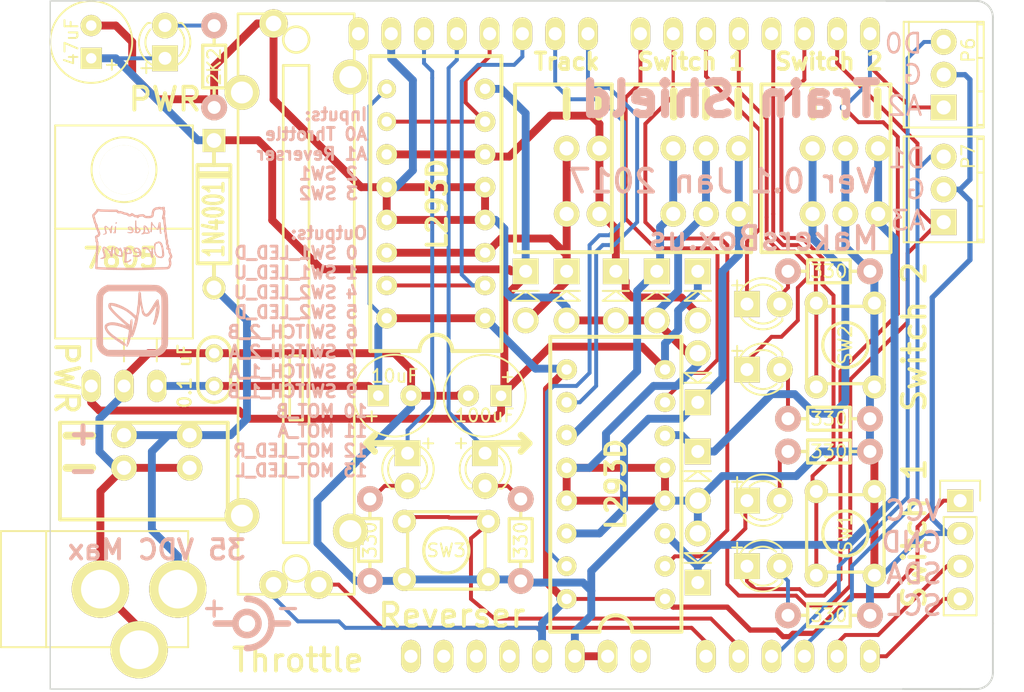
<source format=kicad_pcb>
(kicad_pcb (version 4) (host pcbnew 4.0.4-stable)
  (layers (0 F.Cu signal) (31 B.Cu signal) (34 B.Paste user) (35 F.Paste user) (36 B.SilkS user) (37 F.SilkS user) (38 B.Mask user hide) (39 F.Mask user hide) (44 Edge.Cuts user))
  (net 0 "")
  (net 1 +5V)
  (net 2 GND)
  (net 3 +12V)
  (net 4 /MOT_A)
  (net 5 /MOT_B)
  (net 6 "Net-(D5-Pad1)")
  (net 7 /M_1)
  (net 8 "Net-(CON1-Pad1)")
  (net 9 "Net-(D8-Pad1)")
  (net 10 "Net-(D9-Pad1)")
  (net 11 "Net-(D10-Pad1)")
  (net 12 "Net-(D11-Pad1)")
  (net 13 "Net-(D12-Pad1)")
  (net 14 "Net-(D13-Pad1)")
  (net 15 "Net-(D13-Pad2)")
  (net 16 "Net-(D14-Pad1)")
  (net 17 "Net-(D14-Pad2)")
  (net 18 "Net-(D15-Pad1)")
  (net 19 "Net-(D15-Pad2)")
  (net 20 "Net-(D16-Pad1)")
  (net 21 "Net-(D16-Pad2)")
  (net 22 "Net-(D6-Pad1)")
  (net 23 "Net-(D10-Pad2)")
  (net 24 "Net-(D11-Pad2)")
  (net 25 /M_2)
  (net 26 "Net-(SHIELD1-PadAD1)")
  (net 27 "Net-(SHIELD1-Pad2)")
  (net 28 "Net-(SHIELD1-Pad3)")
  (net 29 "Net-(RV1-Pad2)")
  (net 30 "Net-(P5-Pad4)")
  (net 31 "Net-(P5-Pad3)")
  (net 32 "Net-(P7-Pad3)")
  (net 33 "Net-(P6-Pad3)")
  (net 34 /SWITCH_1_A)
  (net 35 /SWITCH_1_B)
  (net 36 /SWITCH_2_A)
  (net 37 /SWITCH_2_B)
  (module freetronics_footprints:ARDUINO_SHIELD (layer F.Cu) (at 107.315 118.745)
    (fp_text reference SHIELD1 hide)
    (fp_text value ARDUINO_SHIELD hide)
    (fp_line (start 64.77 -53.34) (end 0 -53.34) (layer Edge.Cuts) (width 0.1))
    (fp_line (start 66.04 0) (end 0 0) (layer Edge.Cuts) (width 0.1))
    (fp_line (start 0 0) (end 0 -53.34) (layer Edge.Cuts) (width 0.1))
    (pad AD5 thru_hole oval (at 63.5 -2.54 90) (size 2.54 1.524) (drill 1.016) (layers *.Cu *.Mask F.SilkS) (net 30 "Net-(P5-Pad4)"))
    (pad AD4 thru_hole oval (at 60.96 -2.54 90) (size 2.54 1.524) (drill 1.016) (layers *.Cu *.Mask F.SilkS) (net 31 "Net-(P5-Pad3)"))
    (pad AD3 thru_hole oval (at 58.42 -2.54 90) (size 2.54 1.524) (drill 1.016) (layers *.Cu *.Mask F.SilkS) (net 32 "Net-(P7-Pad3)"))
    (pad AD0 thru_hole oval (at 50.8 -2.54 90) (size 2.54 1.524) (drill 1.016) (layers *.Cu *.Mask F.SilkS) (net 29 "Net-(RV1-Pad2)"))
    (pad AD1 thru_hole oval (at 53.34 -2.54 90) (size 2.54 1.524) (drill 1.016) (layers *.Cu *.Mask F.SilkS) (net 26 "Net-(SHIELD1-PadAD1)"))
    (pad AD2 thru_hole oval (at 55.88 -2.54 90) (size 2.54 1.524) (drill 1.016) (layers *.Cu *.Mask F.SilkS) (net 33 "Net-(P6-Pad3)"))
    (pad V_IN thru_hole oval (at 45.72 -2.54 90) (size 2.54 1.524) (drill 1.016) (layers *.Cu *.Mask F.SilkS))
    (pad GND2 thru_hole oval (at 43.18 -2.54 90) (size 2.54 1.524) (drill 1.016) (layers *.Cu *.Mask F.SilkS) (net 2 GND))
    (pad GND1 thru_hole oval (at 40.64 -2.54 90) (size 2.54 1.524) (drill 1.016) (layers *.Cu *.Mask F.SilkS) (net 2 GND))
    (pad 3V3 thru_hole oval (at 35.56 -2.54 90) (size 2.54 1.524) (drill 1.016) (layers *.Cu *.Mask F.SilkS))
    (pad RST thru_hole oval (at 33.02 -2.54 90) (size 2.54 1.524) (drill 1.016) (layers *.Cu *.Mask F.SilkS))
    (pad 0 thru_hole oval (at 63.5 -50.8 90) (size 2.54 1.524) (drill 1.016) (layers *.Cu *.Mask F.SilkS) (net 21 "Net-(D16-Pad2)"))
    (pad 1 thru_hole oval (at 60.96 -50.8 90) (size 2.54 1.524) (drill 1.016) (layers *.Cu *.Mask F.SilkS) (net 19 "Net-(D15-Pad2)"))
    (pad 2 thru_hole oval (at 58.42 -50.8 90) (size 2.54 1.524) (drill 1.016) (layers *.Cu *.Mask F.SilkS) (net 27 "Net-(SHIELD1-Pad2)"))
    (pad 3 thru_hole oval (at 55.88 -50.8 90) (size 2.54 1.524) (drill 1.016) (layers *.Cu *.Mask F.SilkS) (net 28 "Net-(SHIELD1-Pad3)"))
    (pad 4 thru_hole oval (at 53.34 -50.8 90) (size 2.54 1.524) (drill 1.016) (layers *.Cu *.Mask F.SilkS) (net 17 "Net-(D14-Pad2)"))
    (pad 5 thru_hole oval (at 50.8 -50.8 90) (size 2.54 1.524) (drill 1.016) (layers *.Cu *.Mask F.SilkS) (net 15 "Net-(D13-Pad2)"))
    (pad 6 thru_hole oval (at 48.26 -50.8 90) (size 2.54 1.524) (drill 1.016) (layers *.Cu *.Mask F.SilkS) (net 37 /SWITCH_2_B))
    (pad 7 thru_hole oval (at 45.72 -50.8 90) (size 2.54 1.524) (drill 1.016) (layers *.Cu *.Mask F.SilkS) (net 36 /SWITCH_2_A))
    (pad 8 thru_hole oval (at 41.656 -50.8 90) (size 2.54 1.524) (drill 1.016) (layers *.Cu *.Mask F.SilkS) (net 34 /SWITCH_1_A))
    (pad 9 thru_hole oval (at 39.116 -50.8 90) (size 2.54 1.524) (drill 1.016) (layers *.Cu *.Mask F.SilkS) (net 35 /SWITCH_1_B))
    (pad 10 thru_hole oval (at 36.576 -50.8 90) (size 2.54 1.524) (drill 1.016) (layers *.Cu *.Mask F.SilkS) (net 5 /MOT_B))
    (pad 11 thru_hole oval (at 34.036 -50.8 90) (size 2.54 1.524) (drill 1.016) (layers *.Cu *.Mask F.SilkS) (net 4 /MOT_A))
    (pad 12 thru_hole oval (at 31.496 -50.8 90) (size 2.54 1.524) (drill 1.016) (layers *.Cu *.Mask F.SilkS) (net 23 "Net-(D10-Pad2)"))
    (pad 13 thru_hole oval (at 28.956 -50.8 90) (size 2.54 1.524) (drill 1.016) (layers *.Cu *.Mask F.SilkS) (net 24 "Net-(D11-Pad2)"))
    (pad GND3 thru_hole oval (at 26.416 -50.8 90) (size 2.54 1.524) (drill 1.016) (layers *.Cu *.Mask F.SilkS) (net 2 GND))
    (pad AREF thru_hole oval (at 23.876 -50.8 90) (size 2.54 1.524) (drill 1.016) (layers *.Cu *.Mask F.SilkS))
    (pad 5V thru_hole oval (at 38.1 -2.54 90) (size 2.54 1.524) (drill 1.016) (layers *.Cu *.Mask F.SilkS) (net 1 +5V))
    (pad IO_R thru_hole oval (at 30.48 -2.54 90) (size 2.54 1.524) (drill 1.016) (layers *.Cu *.Mask F.SilkS))
    (pad NC thru_hole oval (at 27.94 -2.54 90) (size 2.54 1.524) (drill 1.016) (layers *.Cu *.Mask F.SilkS))
  )
  (module Terminal_Blocks:TerminalBlock_Pheonix_MPT-2.54mm_3pol (layer F.Cu) (at 176.53 73.66 90)
    (fp_text reference P6 (at 4.445 1.905 90) (layer F.SilkS))
    (fp_text value CONN_01X03)
    (pad 3 thru_hole oval (at 5.08 0 90) (size 1.99898 1.99898) (drill 1.09728) (layers *.Cu *.Mask F.SilkS) (net 33 "Net-(P6-Pad3)"))
    (pad 1 thru_hole rect (at 0 0 90) (size 1.99898 1.99898) (drill 1.09728) (layers *.Cu *.Mask F.SilkS) (net 21 "Net-(D16-Pad2)"))
    (pad 2 thru_hole oval (at 2.54 0 90) (size 1.99898 1.99898) (drill 1.09728) (layers *.Cu *.Mask F.SilkS) (net 2 GND))
  )
  (module Housings_DIP:DIP-16_W7.62mm (layer F.Cu) (at 154.94 111.76 180)
    (fp_text reference U3 hide)
    (fp_text value L293D)
    (pad 1 thru_hole oval (at 0 0 180) (size 1.6 1.6) (drill 0.8) (layers *.Cu *.Mask F.SilkS) (net 1 +5V))
    (pad 2 thru_hole oval (at 0 2.54 180) (size 1.6 1.6) (drill 0.8) (layers *.Cu *.Mask F.SilkS) (net 37 /SWITCH_2_B))
    (pad 3 thru_hole oval (at 0 5.08 180) (size 1.6 1.6) (drill 0.8) (layers *.Cu *.Mask F.SilkS) (net 22 "Net-(D6-Pad1)"))
    (pad 4 thru_hole oval (at 0 7.62 180) (size 1.6 1.6) (drill 0.8) (layers *.Cu *.Mask F.SilkS) (net 2 GND))
    (pad 5 thru_hole oval (at 0 10.16 180) (size 1.6 1.6) (drill 0.8) (layers *.Cu *.Mask F.SilkS) (net 2 GND))
    (pad 6 thru_hole oval (at 0 12.6492 180) (size 1.6 1.6) (drill 0.8) (layers *.Cu *.Mask F.SilkS) (net 6 "Net-(D5-Pad1)"))
    (pad 7 thru_hole oval (at 0 15.24 180) (size 1.6 1.4732) (drill 0.8) (layers *.Cu *.Mask F.SilkS) (net 36 /SWITCH_2_A))
    (pad 8 thru_hole oval (at 0 17.78 180) (size 1.6 1.4732) (drill 0.8) (layers *.Cu *.Mask F.SilkS) (net 3 +12V))
    (pad 9 thru_hole oval (at 7.62 17.78 180) (size 1.6 1.6) (drill 0.8) (layers *.Cu *.Mask F.SilkS) (net 1 +5V))
    (pad 10 thru_hole oval (at 7.62 15.24 180) (size 1.6 1.6) (drill 0.8) (layers *.Cu *.Mask F.SilkS) (net 34 /SWITCH_1_A))
    (pad 11 thru_hole oval (at 7.62 12.7 180) (size 1.6 1.6) (drill 0.8) (layers *.Cu *.Mask F.SilkS) (net 9 "Net-(D8-Pad1)"))
    (pad 12 thru_hole oval (at 7.62 10.16 180) (size 1.6 1.6) (drill 0.8) (layers *.Cu *.Mask F.SilkS) (net 2 GND))
    (pad 13 thru_hole oval (at 7.62 7.62 180) (size 1.6 1.6) (drill 0.8) (layers *.Cu *.Mask F.SilkS) (net 2 GND))
    (pad 14 thru_hole circle (at 7.62 5.08 180) (size 1.524 1.524) (drill 0.8) (layers *.Cu *.Mask F.SilkS) (net 10 "Net-(D9-Pad1)"))
    (pad 15 thru_hole circle (at 7.62 2.54 180) (size 1.524 1.524) (drill 0.8) (layers *.Cu *.Mask F.SilkS) (net 35 /SWITCH_1_B))
    (pad 16 thru_hole circle (at 7.62 0 180) (size 1.524 1.524) (drill 0.8) (layers *.Cu *.Mask F.SilkS) (net 1 +5V))
  )
  (module Housings_DIP:DIP-16_W7.62mm (layer F.Cu) (at 141 90 180)
    (fp_text reference U2 hide)
    (fp_text value L293D)
    (pad 1 thru_hole oval (at 0 0 180) (size 1.6 1.6) (drill 0.8) (layers *.Cu *.Mask F.SilkS) (net 1 +5V))
    (pad 2 thru_hole oval (at 0 2.54 180) (size 1.6 1.4732) (drill 0.8) (layers *.Cu *.Mask F.SilkS) (net 5 /MOT_B))
    (pad 3 thru_hole oval (at 0 5.08 180) (size 1.6 1.4732) (drill 0.8) (layers *.Cu *.Mask F.SilkS) (net 25 /M_2))
    (pad 4 thru_hole oval (at 0 7.62 180) (size 1.6 1.6) (drill 0.8) (layers *.Cu *.Mask F.SilkS) (net 2 GND))
    (pad 5 thru_hole oval (at 0 10.16 180) (size 1.6 1.6) (drill 0.8) (layers *.Cu *.Mask F.SilkS) (net 2 GND))
    (pad 6 thru_hole oval (at 0 12.7 180) (size 1.6 1.6) (drill 0.8) (layers *.Cu *.Mask F.SilkS) (net 7 /M_1))
    (pad 7 thru_hole oval (at 0 15.24 180) (size 1.6 1.6) (drill 0.8) (layers *.Cu *.Mask F.SilkS) (net 4 /MOT_A))
    (pad 8 thru_hole oval (at 0 17.78 180) (size 1.6 1.6) (drill 0.8) (layers *.Cu *.Mask F.SilkS) (net 3 +12V))
    (pad 9 thru_hole circle (at 7.62 17.78 180) (size 1.4478 1.4478) (drill 0.8) (layers *.Cu *.Mask F.SilkS) (net 1 +5V))
    (pad 10 thru_hole circle (at 7.62 15.24 180) (size 1.4478 1.4478) (drill 0.8) (layers *.Cu *.Mask F.SilkS) (net 4 /MOT_A))
    (pad 11 thru_hole oval (at 7.62 12.7 180) (size 1.6 1.6) (drill 0.8) (layers *.Cu *.Mask F.SilkS) (net 7 /M_1))
    (pad 12 thru_hole oval (at 7.62 10.16 180) (size 1.6 1.6) (drill 0.8) (layers *.Cu *.Mask F.SilkS) (net 2 GND))
    (pad 13 thru_hole oval (at 7.62 7.62 180) (size 1.6 1.6) (drill 0.8) (layers *.Cu *.Mask F.SilkS) (net 2 GND))
    (pad 14 thru_hole oval (at 7.62 5.08 180) (size 1.6 1.4732) (drill 0.8) (layers *.Cu *.Mask F.SilkS) (net 25 /M_2))
    (pad 15 thru_hole oval (at 7.62 2.54 180) (size 1.6 1.4732) (drill 0.8) (layers *.Cu *.Mask F.SilkS) (net 5 /MOT_B))
    (pad 16 thru_hole oval (at 7.62 0 180) (size 1.6 1.6) (drill 0.8) (layers *.Cu *.Mask F.SilkS) (net 1 +5V))
  )
  (module myFootPrints:1N4001 (layer F.Cu) (at 120 81.3 90)
    (fp_text reference D1 hide)
    (fp_text value 1N4001 (at -1.016 0 90) (layer F.SilkS) (effects (font (size 1.524 1.016) (thickness 0.254))))
    (pad 2 thru_hole circle (at -6.35 0 90) (size 1.778 1.778) (drill 1.143) (layers *.Cu *.Mask F.SilkS) (net 8 "Net-(CON1-Pad1)"))
    (pad 1 thru_hole rect (at 5.08 0 90) (size 1.778 1.778) (drill 1.143) (layers *.Cu *.Mask F.SilkS) (net 3 +12V))
  )
  (module myFootPrints:SW_PUSH_SMALL (layer F.Cu) (at 168.91 92.075 90)
    (fp_text reference SW2 (at 0 0 90) (layer F.SilkS))
    (fp_text value SW_PUSHBUTTON hide)
    (pad 1 thru_hole circle (at 3.25 -2.25 90) (size 1.8 1.8) (drill 1) (layers *.Cu *.Mask F.SilkS) (net 28 "Net-(SHIELD1-Pad3)"))
    (pad 2 thru_hole circle (at 3.25 2.25 90) (size 1.8 1.8) (drill 1) (layers *.Cu *.Mask F.SilkS) (net 2 GND))
    (pad 1 thru_hole circle (at -3.25 -2.25 90) (size 1.8 1.8) (drill 1) (layers *.Cu *.Mask F.SilkS) (net 28 "Net-(SHIELD1-Pad3)"))
    (pad 2 thru_hole circle (at -3.25 2.25 90) (size 1.8 1.8) (drill 1) (layers *.Cu *.Mask F.SilkS) (net 2 GND))
  )
  (module SW_PUSH_SMALL (layer F.Cu) (at 138 108)
    (fp_text reference SW3 (at 0 0) (layer F.SilkS))
    (fp_text value SW_PUSHBUTTON hide)
    (pad 1 thru_hole circle (at 3.25 -2.25) (size 1.8 1.8) (drill 1) (layers *.Cu *.Mask F.SilkS) (net 26 "Net-(SHIELD1-PadAD1)"))
    (pad 2 thru_hole circle (at 3.25 2.25) (size 1.8 1.8) (drill 1) (layers *.Cu *.Mask F.SilkS) (net 2 GND))
    (pad 1 thru_hole circle (at -3.25 -2.25) (size 1.8 1.8) (drill 1) (layers *.Cu *.Mask F.SilkS) (net 26 "Net-(SHIELD1-PadAD1)"))
    (pad 2 thru_hole circle (at -3.25 2.25) (size 1.8 1.8) (drill 1) (layers *.Cu *.Mask F.SilkS) (net 2 GND))
  )
  (module freetronics_footprints:1X01 (layer F.Cu) (at 122.555 113.665)
    (fp_text reference 1X01)
    (fp_text value val** hide)
    (fp_text user - (at 3.175 -1.27) (layer B.SilkS) (effects (font (thickness 0.254)) (justify mirror)))
    (fp_text user + (at -2.54 -1.27) (layer B.SilkS) (effects (font (thickness 0.254)) (justify mirror)))
  )
  (module myFootPrints:TERMx2 (layer F.Cu) (at 115.57 101.6 270)
    (fp_text reference P3 hide)
    (fp_text value TERM_2)
    (pad 2 thru_hole circle (at 0 2.54 270) (size 1.9812 1.9812) (drill 1.1) (layers *.Cu *.Mask F.SilkS) (net 2 GND))
    (pad 1 thru_hole circle (at -2.54 2.54 270) (size 1.9812 1.9812) (drill 1.1) (layers *.Cu *.Mask F.SilkS) (net 8 "Net-(CON1-Pad1)"))
    (pad 2 thru_hole circle (at 0 -2.54 270) (size 1.9812 1.9812) (drill 1.1) (layers *.Cu *.Mask F.SilkS) (net 2 GND))
    (pad 1 thru_hole circle (at -2.54 -2.54 270) (size 1.9812 1.9812) (drill 1.1) (layers *.Cu *.Mask F.SilkS) (net 8 "Net-(CON1-Pad1)"))
  )
  (module myFootPrints:TERMx3 (layer F.Cu) (at 168.91 79.375 180)
    (fp_text reference P2 hide)
    (fp_text value TERMx3)
    (pad 3 thru_hole circle (at 2.54 2.54 180) (size 1.9812 1.9812) (drill 1.1) (layers *.Cu *.Mask F.SilkS) (net 6 "Net-(D5-Pad1)"))
    (pad 2 thru_hole circle (at 0 2.54 180) (size 1.9812 1.9812) (drill 1.1) (layers *.Cu *.Mask F.SilkS) (net 2 GND))
    (pad 1 thru_hole circle (at -2.54 2.54 180) (size 1.9812 1.9812) (drill 1.1) (layers *.Cu *.Mask F.SilkS) (net 22 "Net-(D6-Pad1)"))
    (pad 3 thru_hole circle (at 2.54 -2.54 180) (size 1.9812 1.9812) (drill 1.1) (layers *.Cu *.Mask F.SilkS) (net 6 "Net-(D5-Pad1)"))
    (pad 2 thru_hole circle (at 0 -2.54 180) (size 1.9812 1.9812) (drill 1.1) (layers *.Cu *.Mask F.SilkS) (net 2 GND))
    (pad 1 thru_hole circle (at -2.54 -2.54 180) (size 1.9812 1.9812) (drill 1.1) (layers *.Cu *.Mask F.SilkS) (net 22 "Net-(D6-Pad1)"))
  )
  (module myFootPrints:TERMx3 (layer F.Cu) (at 158.115 79.375 180)
    (fp_text reference P4 hide)
    (fp_text value TERMx3)
    (pad 3 thru_hole circle (at 2.54 2.54 180) (size 1.9812 1.9812) (drill 1.1) (layers *.Cu *.Mask F.SilkS) (net 9 "Net-(D8-Pad1)"))
    (pad 2 thru_hole circle (at 0 2.54 180) (size 1.9812 1.9812) (drill 1.1) (layers *.Cu *.Mask F.SilkS) (net 2 GND))
    (pad 1 thru_hole circle (at -2.54 2.54 180) (size 1.9812 1.9812) (drill 1.1) (layers *.Cu *.Mask F.SilkS) (net 10 "Net-(D9-Pad1)"))
    (pad 3 thru_hole circle (at 2.54 -2.54 180) (size 1.9812 1.9812) (drill 1.1) (layers *.Cu *.Mask F.SilkS) (net 9 "Net-(D8-Pad1)"))
    (pad 2 thru_hole circle (at 0 -2.54 180) (size 1.9812 1.9812) (drill 1.1) (layers *.Cu *.Mask F.SilkS) (net 2 GND))
    (pad 1 thru_hole circle (at -2.54 -2.54 180) (size 1.9812 1.9812) (drill 1.1) (layers *.Cu *.Mask F.SilkS) (net 10 "Net-(D9-Pad1)"))
  )
  (module myFootPrints:TERMx2 (layer F.Cu) (at 147.32 79.375 180)
    (fp_text reference P1 hide)
    (fp_text value TERM_2)
    (pad 2 thru_hole circle (at 0 2.54 180) (size 1.9812 1.9812) (drill 1.1) (layers *.Cu *.Mask F.SilkS) (net 25 /M_2))
    (pad 1 thru_hole circle (at -2.54 2.54 180) (size 1.9812 1.9812) (drill 1.1) (layers *.Cu *.Mask F.SilkS) (net 7 /M_1))
    (pad 2 thru_hole circle (at 0 -2.54 180) (size 1.9812 1.9812) (drill 1.1) (layers *.Cu *.Mask F.SilkS) (net 25 /M_2))
    (pad 1 thru_hole circle (at -2.54 -2.54 180) (size 1.9812 1.9812) (drill 1.1) (layers *.Cu *.Mask F.SilkS) (net 7 /M_1))
  )
  (module Connect:BARREL_JACK (layer F.Cu) (at 111 111)
    (fp_text reference CON1 hide)
    (fp_text value BARREL_JACK)
    (pad 1 thru_hole circle (at 6.20014 0) (size 4.445 4.445) (drill 2.99974) (layers *.Cu *.Mask F.SilkS) (net 8 "Net-(CON1-Pad1)"))
    (pad 2 thru_hole circle (at 0.20066 0) (size 4.445 4.445) (drill 2.99974) (layers *.Cu *.Mask F.SilkS) (net 2 GND))
    (pad 3 thru_hole circle (at 3.2004 4.699) (size 4.445 4.445) (drill 2.99974) (layers *.Cu *.Mask F.SilkS) (net 2 GND))
  )
  (module TO_SOT_Packages_THT:TO-220_Neutral123_Horizontal (layer F.Cu) (at 113.03 95.25)
    (fp_text reference U1 hide)
    (fp_text value 7805)
    (pad GND thru_hole oval (at 0 0 90) (size 2.49936 1.50114) (drill 1.00076) (layers *.Cu *.Mask F.SilkS) (net 2 GND))
    (pad VI thru_hole oval (at -2.54 0 90) (size 2.49936 1.50114) (drill 1.00076) (layers *.Cu *.Mask F.SilkS) (net 3 +12V))
    (pad VO thru_hole oval (at 2.54 0 90) (size 2.49936 1.50114) (drill 1.00076) (layers *.Cu *.Mask F.SilkS) (net 1 +5V))
    (pad "" np_thru_hole circle (at 0 -16.764 90) (size 3.79984 3.79984) (drill 3.79984) (layers *.Cu *.Mask F.SilkS))
  )
  (module myFootPrints:C1 (layer F.Cu) (at 120.015 93.98 90)
    (fp_text reference C1 hide)
    (fp_text value "0.1 uF" (at -0.508 -2.286 90) (layer F.SilkS) (effects (font (size 1.016 1.016) (thickness 0.1778))))
    (pad 1 thru_hole circle (at -1.27 0 90) (size 1.397 1.397) (drill 0.8128) (layers *.Cu *.Mask F.SilkS) (net 1 +5V))
    (pad 2 thru_hole circle (at 1.27 0 90) (size 1.397 1.397) (drill 0.8128) (layers *.Cu *.Mask F.SilkS) (net 2 GND))
  )
  (module myFootPrints:C2 (layer F.Cu) (at 110.49 68.58 90)
    (fp_text reference C2 hide)
    (fp_text value 47uF (at 0 -1.524 90) (layer F.SilkS))
    (fp_text user + (at -1.778 1.524 90) (layer F.SilkS))
    (pad 1 thru_hole rect (at -1.27 0 90) (size 1.651 1.651) (drill 0.8128) (layers *.Cu *.Mask F.SilkS) (net 3 +12V))
    (pad 2 thru_hole circle (at 1.27 0 90) (size 1.651 1.651) (drill 0.8128) (layers *.Cu *.Mask F.SilkS) (net 2 GND))
  )
  (module myFootPrints:C2 (layer F.Cu) (at 140.97 96.012 180)
    (fp_text reference C3 hide)
    (fp_text value 100uF (at 0 -1.524 180) (layer F.SilkS))
    (fp_text user + (at -1.778 1.524 180) (layer F.SilkS))
    (pad 1 thru_hole rect (at -1.27 0 180) (size 1.651 1.651) (drill 0.8128) (layers *.Cu *.Mask F.SilkS) (net 3 +12V))
    (pad 2 thru_hole circle (at 1.27 0 180) (size 1.651 1.651) (drill 0.8128) (layers *.Cu *.Mask F.SilkS) (net 2 GND))
  )
  (module myFootPrints:C2 (layer F.Cu) (at 134 96)
    (fp_text reference C4 hide)
    (fp_text value 10uF (at 0 -1.524) (layer F.SilkS))
    (fp_text user + (at -1.778 1.524) (layer F.SilkS))
    (pad 1 thru_hole rect (at -1.27 0) (size 1.651 1.651) (drill 0.8128) (layers *.Cu *.Mask F.SilkS) (net 1 +5V))
    (pad 2 thru_hole circle (at 1.27 0) (size 1.651 1.651) (drill 0.8128) (layers *.Cu *.Mask F.SilkS) (net 2 GND))
  )
  (module myFootPrints:BOURNS-PTA3043_30mm-slide-pot (layer F.Cu) (at 126.365 88.9 90)
    (fp_text reference RV1 hide)
    (fp_text value POT hide)
    (pad 1 thru_hole circle (at -21.75 -1.75 90) (size 2.2 2.2) (drill 1.2) (layers *.Cu *.Mask F.SilkS) (net 1 +5V))
    (pad 2 thru_hole circle (at -21.75 1.75 90) (size 2.2 2.2) (drill 1.2) (layers *.Cu *.Mask F.SilkS) (net 29 "Net-(RV1-Pad2)"))
    (pad 3 thru_hole circle (at 21.75 -1.75 90) (size 2.2 2.2) (drill 1.2) (layers *.Cu *.Mask F.SilkS) (net 2 GND))
    (pad "" thru_hole circle (at -16.4 -4.2 90) (size 2.7 2.7) (drill 1.7) (layers *.Cu *.Mask F.SilkS))
    (pad "" thru_hole circle (at 16.4 -4.2 90) (size 2.7 2.7) (drill 1.7) (layers *.Cu *.Mask F.SilkS))
    (pad "" thru_hole circle (at -17.6 4.2 90) (size 2.7 2.7) (drill 1.7) (layers *.Cu *.Mask F.SilkS))
    (pad "" thru_hole circle (at 17.6 4.2 90) (size 2.7 2.7) (drill 1.7) (layers *.Cu *.Mask F.SilkS))
  )
  (module myFootPrints:Resistor_Horz (layer F.Cu) (at 143.764 107.188 90)
    (fp_text reference R5)
    (fp_text value 330 (at 0 0 90) (layer F.SilkS))
    (pad 1 thru_hole circle (at -3.175 0 90) (size 1.99898 1.99898) (drill 1.00076) (layers *.Cu *.SilkS *.Mask) (net 2 GND))
    (pad 2 thru_hole circle (at 3.175 0 90) (size 1.99898 1.99898) (drill 1.00076) (layers *.Cu *.SilkS *.Mask) (net 11 "Net-(D10-Pad1)"))
  )
  (module myFootPrints:Resistor_Horz (layer F.Cu) (at 132.08 107.188 90)
    (fp_text reference R6)
    (fp_text value 330 (at 0 0 90) (layer F.SilkS))
    (pad 1 thru_hole circle (at -3.175 0 90) (size 1.99898 1.99898) (drill 1.00076) (layers *.Cu *.SilkS *.Mask) (net 2 GND))
    (pad 2 thru_hole circle (at 3.175 0 90) (size 1.99898 1.99898) (drill 1.00076) (layers *.Cu *.SilkS *.Mask) (net 12 "Net-(D11-Pad1)"))
  )
  (module myFootPrints:Resistor_Horz (layer F.Cu) (at 120.015 70.485 90)
    (fp_text reference R1)
    (fp_text value 2K2 (at 0 0 90) (layer F.SilkS))
    (pad 1 thru_hole circle (at -3.175 0 90) (size 1.99898 1.99898) (drill 1.00076) (layers *.Cu *.SilkS *.Mask) (net 2 GND))
    (pad 2 thru_hole circle (at 3.175 0 90) (size 1.99898 1.99898) (drill 1.00076) (layers *.Cu *.SilkS *.Mask) (net 13 "Net-(D12-Pad1)"))
  )
  (module myFootPrints:Resistor_Horz (layer F.Cu) (at 167.64 86.36 180)
    (fp_text reference R2)
    (fp_text value 330 (at 0 0 180) (layer F.SilkS))
    (pad 1 thru_hole circle (at -3.175 0 180) (size 1.99898 1.99898) (drill 1.00076) (layers *.Cu *.SilkS *.Mask) (net 2 GND))
    (pad 2 thru_hole circle (at 3.175 0 180) (size 1.99898 1.99898) (drill 1.00076) (layers *.Cu *.SilkS *.Mask) (net 14 "Net-(D13-Pad1)"))
  )
  (module myFootPrints:Resistor_Horz (layer F.Cu) (at 167.64 97.79 180)
    (fp_text reference R3)
    (fp_text value 330 (at 0 0 180) (layer F.SilkS))
    (pad 1 thru_hole circle (at -3.175 0 180) (size 1.99898 1.99898) (drill 1.00076) (layers *.Cu *.SilkS *.Mask) (net 2 GND))
    (pad 2 thru_hole circle (at 3.175 0 180) (size 1.99898 1.99898) (drill 1.00076) (layers *.Cu *.SilkS *.Mask) (net 16 "Net-(D14-Pad1)"))
  )
  (module myFootPrints:Resistor_Horz (layer F.Cu) (at 167.64 100.33 180)
    (fp_text reference R4)
    (fp_text value 330 (at 0 0 180) (layer F.SilkS))
    (pad 1 thru_hole circle (at -3.175 0 180) (size 1.99898 1.99898) (drill 1.00076) (layers *.Cu *.SilkS *.Mask) (net 2 GND))
    (pad 2 thru_hole circle (at 3.175 0 180) (size 1.99898 1.99898) (drill 1.00076) (layers *.Cu *.SilkS *.Mask) (net 18 "Net-(D15-Pad1)"))
  )
  (module myFootPrints:Resistor_Horz (layer F.Cu) (at 167.64 113.03 180)
    (fp_text reference R7)
    (fp_text value 330 (at 0 0 180) (layer F.SilkS))
    (pad 1 thru_hole circle (at -3.175 0 180) (size 1.99898 1.99898) (drill 1.00076) (layers *.Cu *.SilkS *.Mask) (net 2 GND))
    (pad 2 thru_hole circle (at 3.175 0 180) (size 1.99898 1.99898) (drill 1.00076) (layers *.Cu *.SilkS *.Mask) (net 20 "Net-(D16-Pad1)"))
  )
  (module Diodes_ThroughHole:Diode_DO-41_SOD81_Vertical_AnodeUp (layer F.Cu) (at 144.145 86.36 270)
    (fp_text reference D2 hide)
    (fp_text value 1N4001)
    (pad 2 thru_hole circle (at 3.81 0 270) (size 1.99898 1.99898) (drill 1.27) (layers *.Cu *.Mask F.SilkS) (net 25 /M_2))
    (pad 1 thru_hole rect (at 0 0 270) (size 1.99898 1.99898) (drill 1.00076) (layers *.Cu *.Mask F.SilkS) (net 3 +12V))
  )
  (module Diodes_ThroughHole:Diode_DO-41_SOD81_Vertical_AnodeUp (layer F.Cu) (at 151.13 86.36 270)
    (fp_text reference D3 hide)
    (fp_text value 1N4001)
    (pad 2 thru_hole circle (at 3.81 0 270) (size 1.99898 1.99898) (drill 1.27) (layers *.Cu *.Mask F.SilkS) (net 2 GND))
    (pad 1 thru_hole rect (at 0 0 270) (size 1.99898 1.99898) (drill 1.00076) (layers *.Cu *.Mask F.SilkS) (net 7 /M_1))
  )
  (module Diodes_ThroughHole:Diode_DO-41_SOD81_Vertical_AnodeUp (layer F.Cu) (at 157.48 96.52 90)
    (fp_text reference D9 hide)
    (fp_text value 1N4001)
    (pad 2 thru_hole circle (at 3.81 0 90) (size 1.99898 1.99898) (drill 1.27) (layers *.Cu *.Mask F.SilkS) (net 2 GND))
    (pad 1 thru_hole rect (at 0 0 90) (size 1.99898 1.99898) (drill 1.00076) (layers *.Cu *.Mask F.SilkS) (net 10 "Net-(D9-Pad1)"))
  )
  (module Diodes_ThroughHole:Diode_DO-41_SOD81_Vertical_AnodeUp (layer F.Cu) (at 154.305 86.36 270)
    (fp_text reference D8 hide)
    (fp_text value 1N4001)
    (pad 2 thru_hole circle (at 3.81 0 270) (size 1.99898 1.99898) (drill 1.27) (layers *.Cu *.Mask F.SilkS) (net 2 GND))
    (pad 1 thru_hole rect (at 0 0 270) (size 1.99898 1.99898) (drill 1.00076) (layers *.Cu *.Mask F.SilkS) (net 9 "Net-(D8-Pad1)"))
  )
  (module Diodes_ThroughHole:Diode_DO-41_SOD81_Vertical_AnodeUp (layer F.Cu) (at 157.48 110.49 90)
    (fp_text reference D6 hide)
    (fp_text value 1N4001)
    (pad 2 thru_hole circle (at 3.81 0 90) (size 1.99898 1.99898) (drill 1.27) (layers *.Cu *.Mask F.SilkS) (net 2 GND))
    (pad 1 thru_hole rect (at 0 0 90) (size 1.99898 1.99898) (drill 1.00076) (layers *.Cu *.Mask F.SilkS) (net 22 "Net-(D6-Pad1)"))
  )
  (module Diodes_ThroughHole:Diode_DO-41_SOD81_Vertical_AnodeUp (layer F.Cu) (at 157.48 100.33 270)
    (fp_text reference D5 hide)
    (fp_text value 1N4001)
    (pad 2 thru_hole circle (at 3.81 0 270) (size 1.99898 1.99898) (drill 1.27) (layers *.Cu *.Mask F.SilkS) (net 2 GND))
    (pad 1 thru_hole rect (at 0 0 270) (size 1.99898 1.99898) (drill 1.00076) (layers *.Cu *.Mask F.SilkS) (net 6 "Net-(D5-Pad1)"))
  )
  (module Diodes_ThroughHole:Diode_DO-41_SOD81_Vertical_AnodeUp (layer F.Cu) (at 147.32 86.36 270)
    (fp_text reference D4 hide)
    (fp_text value 1N4001)
    (pad 2 thru_hole circle (at 3.81 0 270) (size 1.99898 1.99898) (drill 1.27) (layers *.Cu *.Mask F.SilkS) (net 2 GND))
    (pad 1 thru_hole rect (at 0 0 270) (size 1.99898 1.99898) (drill 1.00076) (layers *.Cu *.Mask F.SilkS) (net 25 /M_2))
  )
  (module Diodes_ThroughHole:Diode_DO-41_SOD81_Vertical_AnodeUp (layer F.Cu) (at 157.48 86.36 270)
    (fp_text reference D7 hide)
    (fp_text value 1N4001)
    (pad 2 thru_hole circle (at 3.81 0 270) (size 1.99898 1.99898) (drill 1.27) (layers *.Cu *.Mask F.SilkS) (net 7 /M_1))
    (pad 1 thru_hole rect (at 0 0 270) (size 1.99898 1.99898) (drill 1.00076) (layers *.Cu *.Mask F.SilkS) (net 3 +12V))
  )
  (module myFootPrints:LED-3MM (layer F.Cu) (at 141 103 90)
    (fp_text reference D10 hide)
    (fp_text value LED)
    (fp_text user + (at 3.305 -1.935 90) (layer F.SilkS))
    (pad 1 thru_hole circle (at 0 0 180) (size 2 2) (drill 1.00076) (layers *.Cu *.Mask F.SilkS) (net 11 "Net-(D10-Pad1)"))
    (pad 2 thru_hole rect (at 2.54 0 90) (size 2 2) (drill 1.00076) (layers *.Cu *.Mask F.SilkS) (net 23 "Net-(D10-Pad2)"))
  )
  (module myFootPrints:LED-3MM (layer F.Cu) (at 135 103 90)
    (fp_text reference D11 hide)
    (fp_text value LED)
    (fp_text user + (at 3.302 1.524 90) (layer F.SilkS))
    (pad 1 thru_hole circle (at 0 0 180) (size 2 2) (drill 1.00076) (layers *.Cu *.Mask F.SilkS) (net 12 "Net-(D11-Pad1)"))
    (pad 2 thru_hole rect (at 2.54 0 90) (size 2 2) (drill 1.00076) (layers *.Cu *.Mask F.SilkS) (net 24 "Net-(D11-Pad2)"))
  )
  (module myFootPrints:LED-3MM (layer F.Cu) (at 116.205 67.31 270)
    (fp_text reference D12 hide)
    (fp_text value LED)
    (fp_text user + (at 3.302 1.524 270) (layer F.SilkS))
    (pad 1 thru_hole circle (at 0 0) (size 2 2) (drill 1.00076) (layers *.Cu *.Mask F.SilkS) (net 13 "Net-(D12-Pad1)"))
    (pad 2 thru_hole rect (at 2.54 0 270) (size 2 2) (drill 1.00076) (layers *.Cu *.Mask F.SilkS) (net 3 +12V))
  )
  (module myFootPrints:LED-3MM (layer F.Cu) (at 163.83 88.9 180)
    (fp_text reference D13 hide)
    (fp_text value LED)
    (fp_text user + (at 3.302 1.524 180) (layer F.SilkS))
    (pad 1 thru_hole circle (at 0 0 270) (size 2 2) (drill 1.00076) (layers *.Cu *.Mask F.SilkS) (net 14 "Net-(D13-Pad1)"))
    (pad 2 thru_hole rect (at 2.54 0 180) (size 2 2) (drill 1.00076) (layers *.Cu *.Mask F.SilkS) (net 15 "Net-(D13-Pad2)"))
  )
  (module myFootPrints:LED-3MM (layer F.Cu) (at 163.83 93.98 180)
    (fp_text reference D14 hide)
    (fp_text value LED)
    (fp_text user + (at 3.302 1.524 180) (layer F.SilkS))
    (pad 1 thru_hole circle (at 0 0 270) (size 2 2) (drill 1.00076) (layers *.Cu *.Mask F.SilkS) (net 16 "Net-(D14-Pad1)"))
    (pad 2 thru_hole rect (at 2.54 0 180) (size 2 2) (drill 1.00076) (layers *.Cu *.Mask F.SilkS) (net 17 "Net-(D14-Pad2)"))
  )
  (module myFootPrints:LED-3MM (layer F.Cu) (at 163.83 104.14 180)
    (fp_text reference D15 hide)
    (fp_text value LED)
    (fp_text user + (at 3.302 1.524 180) (layer F.SilkS))
    (pad 1 thru_hole circle (at 0 0 270) (size 2 2) (drill 1.00076) (layers *.Cu *.Mask F.SilkS) (net 18 "Net-(D15-Pad1)"))
    (pad 2 thru_hole rect (at 2.54 0 180) (size 2 2) (drill 1.00076) (layers *.Cu *.Mask F.SilkS) (net 19 "Net-(D15-Pad2)"))
  )
  (module myFootPrints:LED-3MM (layer F.Cu) (at 163.83 109.22 180)
    (fp_text reference D16 hide)
    (fp_text value LED)
    (fp_text user + (at 3.302 1.524 180) (layer F.SilkS))
    (pad 1 thru_hole circle (at 0 0 270) (size 2 2) (drill 1.00076) (layers *.Cu *.Mask F.SilkS) (net 20 "Net-(D16-Pad1)"))
    (pad 2 thru_hole rect (at 2.54 0 180) (size 2 2) (drill 1.00076) (layers *.Cu *.Mask F.SilkS) (net 21 "Net-(D16-Pad2)"))
  )
  (module myFootPrints:MadeInOregonRev25 (layer F.Cu) (at 113.665 83.82)
    (fp_text reference VAL hide)
    (fp_text value MadeInOregonRev25 hide)
  )
  (module myFootPrints:MB225rev (layer F.Cu) (at 113.665 90.17)
    (fp_text reference VAL hide)
    (fp_text value MB225rev hide)
  )
  (module myFootPrints:SW_PUSH_SMALL (layer F.Cu) (at 168.91 106.68 90)
    (fp_text reference SW1 (at 0 0 90) (layer F.SilkS))
    (fp_text value SW_PUSHBUTTON hide)
    (pad 1 thru_hole circle (at 3.25 -2.25 90) (size 1.8 1.8) (drill 1) (layers *.Cu *.Mask F.SilkS) (net 27 "Net-(SHIELD1-Pad2)"))
    (pad 2 thru_hole circle (at 3.25 2.25 90) (size 1.8 1.8) (drill 1) (layers *.Cu *.Mask F.SilkS) (net 2 GND))
    (pad 1 thru_hole circle (at -3.25 -2.25 90) (size 1.8 1.8) (drill 1) (layers *.Cu *.Mask F.SilkS) (net 27 "Net-(SHIELD1-Pad2)"))
    (pad 2 thru_hole circle (at -3.25 2.25 90) (size 1.8 1.8) (drill 1) (layers *.Cu *.Mask F.SilkS) (net 2 GND))
  )
  (module Pin_Headers:Pin_Header_Straight_1x04 (layer F.Cu) (at 177.8 104.14)
    (fp_text reference P5 hide)
    (fp_text value CONN_01X04)
    (pad 1 thru_hole rect (at 0 0) (size 2.032 1.7272) (drill 1.016) (layers *.Cu *.Mask F.SilkS) (net 1 +5V))
    (pad 2 thru_hole oval (at 0 2.54) (size 2.032 1.7272) (drill 1.016) (layers *.Cu *.Mask F.SilkS) (net 2 GND))
    (pad 3 thru_hole oval (at 0 5.08) (size 2.032 1.7272) (drill 1.016) (layers *.Cu *.Mask F.SilkS) (net 31 "Net-(P5-Pad3)"))
    (pad 4 thru_hole oval (at 0 7.62) (size 2.032 1.7272) (drill 1.016) (layers *.Cu *.Mask F.SilkS) (net 30 "Net-(P5-Pad4)"))
  )
  (module Terminal_Blocks:TerminalBlock_Pheonix_MPT-2.54mm_3pol (layer F.Cu) (at 176.53 82.55 90)
    (fp_text reference P7 (at 5.08 1.905 90) (layer F.SilkS))
    (fp_text value CONN_01X03)
    (pad 3 thru_hole oval (at 5.08 0 90) (size 1.99898 1.99898) (drill 1.09728) (layers *.Cu *.Mask F.SilkS) (net 32 "Net-(P7-Pad3)"))
    (pad 1 thru_hole rect (at 0 0 90) (size 1.99898 1.99898) (drill 1.09728) (layers *.Cu *.Mask F.SilkS) (net 19 "Net-(D15-Pad2)"))
    (pad 2 thru_hole oval (at 2.54 0 90) (size 1.99898 1.99898) (drill 1.09728) (layers *.Cu *.Mask F.SilkS) (net 2 GND))
  )
  (gr_line (start 180.34 113.665) (end 180.34 117.475) (angle 90) (layer Edge.Cuts) (width 0.15))
  (gr_line (start 177.8 118.745) (end 179.07 118.745) (angle 90) (layer Edge.Cuts) (width 0.15))
  (gr_arc (start 179.07 117.475) (end 180.34 117.475) (angle 90) (layer Edge.Cuts) (width 0.15))
  (gr_arc (start 179.07 66.675) (end 179.07 65.405) (angle 90) (layer Edge.Cuts) (width 0.15))
  (gr_text "D1\nG\nA3" (at 175.26 80.01) (layer B.SilkS) (effects (font (size 1.5 1.5) (thickness 0.2)) (justify left mirror)))
  (gr_text "D0\nG\nA2" (at 175.006 71.12) (layer B.SilkS) (effects (font (size 1.5 1.5) (thickness 0.2)) (justify left mirror)))
  (gr_line (start 177.8 118.745) (end 173.355 118.745) (angle 90) (layer Edge.Cuts) (width 0.15))
  (gr_line (start 180.34 66.675) (end 180.34 113.665) (angle 90) (layer Edge.Cuts) (width 0.15))
  (gr_line (start 172.085 65.405) (end 179.07 65.405) (angle 90) (layer Edge.Cuts) (width 0.15))
  (gr_text "VCC\nGND\nSDA\nSCL" (at 176.53 108.585) (layer B.SilkS) (effects (font (thickness 0.254)) (justify left mirror)))
  (gr_text "+\n-" (at 109.855 100.33) (layer B.SilkS) (effects (font (size 1.778 1.778) (thickness 0.381)) (justify mirror)))
  (gr_text "35 VDC Max" (at 115.57 107.95) (layer B.SilkS) (effects (font (size 1.5 1.5) (thickness 0.3)) (justify mirror)))
  (gr_text PWR (at 116.205 73.025) (layer F.SilkS) (effects (font (size 1.778 1.778) (thickness 0.3))))
  (gr_text "Inputs:\nA0 Throttle\nA1 Reverser\n 2 SW1\n 3 SW2\n\nOutputs:\n 0 SW1_LED_D\n 1 SW1_LED_U\n 4 SW2_LED_U\n 5 SW2_LED_D\n 6 SWITCH_2_B\n 7 SWITCH_2_A\n 8 SWITCH_1_A\n 9 SWITCH_1_B\n10 MOT_B\n11 MOT_A\n12 MOT_LED_R\n13 MOT_LED_L" (at 132 88) (layer B.SilkS) (effects (font (size 0.9525 0.9525) (thickness 0.22225)) (justify left mirror)))
  (gr_text MakersBox.us (at 162.56 83.82) (layer B.SilkS) (effects (font (size 1.778 1.778) (thickness 0.3)) (justify mirror)))
  (gr_text "Ver 0.1 Jan 2017" (at 159.385 79.375) (layer B.SilkS) (effects (font (size 1.778 1.778) (thickness 0.3)) (justify mirror)))
  (gr_text "Train Shield" (at 160.02 73.025) (layer B.SilkS) (effects (font (size 2.54 2.54) (thickness 0.635)) (justify mirror)))
  (gr_text PWR (at 108.585 94.615 270) (layer F.SilkS) (effects (font (size 1.778 1.778) (thickness 0.3))))
  (gr_line (start 144.415 99.695) (end 143.78 100.33) (angle 90) (layer F.SilkS) (width 0.508))
  (gr_line (start 144.415 99.695) (end 143.78 99.06) (angle 90) (layer F.SilkS) (width 0.508))
  (gr_line (start 141.875 99.695) (end 144.415 99.695) (angle 90) (layer F.SilkS) (width 0.508))
  (gr_line (start 131.81 99.695) (end 132.445 100.33) (angle 90) (layer F.SilkS) (width 0.508))
  (gr_line (start 134.6 99.695) (end 132.06 99.695) (angle 90) (layer F.SilkS) (width 0.508))
  (gr_line (start 132.445 99.06) (end 131.81 99.695) (angle 90) (layer F.SilkS) (width 0.508))
  (gr_text "Switch 2" (at 167.64 70.104) (layer F.SilkS) (effects (font (size 1.27 1.27) (thickness 0.3))))
  (gr_text "Switch 1" (at 156.972 70.104) (layer F.SilkS) (effects (font (size 1.27 1.27) (thickness 0.3))))
  (gr_text Track (at 147.32 70.104) (layer F.SilkS) (effects (font (size 1.27 1.27) (thickness 0.3))))
  (gr_text "Switch 2" (at 174.244 91.44 90) (layer F.SilkS) (effects (font (size 1.778 1.778) (thickness 0.3))))
  (gr_text "Switch 1" (at 174.244 106.68 90) (layer F.SilkS) (effects (font (size 1.778 1.778) (thickness 0.3))))
  (gr_text Throttle (at 126.5 116.5) (layer F.SilkS) (effects (font (size 1.778 1.778) (thickness 0.3))))
  (gr_text Reverser (at 138.43 113.03) (layer F.SilkS) (effects (font (size 1.778 1.778) (thickness 0.3))))
  (gr_text 7805 (at 112.776 85.344) (layer F.SilkS) (effects (font (size 1.5 1.5) (thickness 0.3))))
  (gr_text L293D (at 151.13 102.87 90) (layer F.SilkS) (effects (font (size 1.5 1.5) (thickness 0.3))))
  (gr_text L293D (at 137.287 81.153 90) (layer F.SilkS) (effects (font (size 1.5 1.5) (thickness 0.3))))
  (segment (start 172.212 111.506) (end 169.418 111.506) (width 0.4064) (layer F.Cu) (net 1))
  (segment (start 172.212 111.506) (end 174.498 108.966) (width 0.3048) (layer F.Cu) (net 1))
  (segment (start 174.498 108.966) (end 174.498 106.172) (width 0.3048) (layer F.Cu) (net 1))
  (segment (start 174.498 106.172) (end 176.53 104.14) (width 0.3048) (layer F.Cu) (net 1))
  (segment (start 177.8 104.14) (end 176.53 104.14) (width 0.3048) (layer F.Cu) (net 1))
  (segment (start 155.575 112.395) (end 154.94 111.76) (width 0.4064) (layer F.Cu) (net 1))
  (segment (start 159.766 112.395) (end 155.575 112.395) (width 0.4064) (layer F.Cu) (net 1))
  (segment (start 161.544 114.173) (end 159.766 112.395) (width 0.4064) (layer F.Cu) (net 1))
  (segment (start 163.576 114.173) (end 161.544 114.173) (width 0.4064) (layer F.Cu) (net 1))
  (segment (start 164.084 114.681) (end 163.576 114.173) (width 0.4064) (layer F.Cu) (net 1))
  (segment (start 164.592 114.681) (end 164.084 114.681) (width 0.4064) (layer F.Cu) (net 1))
  (segment (start 164.846 114.427) (end 164.592 114.681) (width 0.4064) (layer F.Cu) (net 1))
  (segment (start 166.497 114.427) (end 164.846 114.427) (width 0.4064) (layer F.Cu) (net 1))
  (segment (start 169.418 111.506) (end 166.497 114.427) (width 0.4064) (layer F.Cu) (net 1))
  (segment (start 154.94 111.76) (end 155.448 111.76) (width 0.3048) (layer F.Cu) (net 1))
  (segment (start 133.38 90) (end 141 90) (width 0.6096) (layer F.Cu) (net 1))
  (segment (start 124.615 110.65) (end 124.615 111.615) (width 0.3048) (layer B.Cu) (net 1))
  (segment (start 124.615 111.615) (end 126.5 113.5) (width 0.3048) (layer B.Cu) (net 1))
  (segment (start 126.5 113.5) (end 129.675 113.5) (width 0.3048) (layer B.Cu) (net 1))
  (segment (start 145.415 116.205) (end 145.415 114.415) (width 0.3048) (layer B.Cu) (net 1))
  (segment (start 145 114) (end 130.175 114) (width 0.3048) (layer B.Cu) (net 1))
  (segment (start 145.415 114.415) (end 145 114) (width 0.3048) (layer B.Cu) (net 1))
  (segment (start 130.175 114) (end 129.675 113.5) (width 0.3048) (layer B.Cu) (net 1))
  (segment (start 145.796 95.504) (end 147.32 93.98) (width 0.6096) (layer F.Cu) (net 1))
  (segment (start 132.73 90.65) (end 133.38 90) (width 0.6096) (layer B.Cu) (net 1))
  (segment (start 120.015 95.25) (end 131.98 95.25) (width 0.6096) (layer F.Cu) (net 1))
  (segment (start 133.38 90) (end 133.18 90) (width 0.3048) (layer B.Cu) (net 1))
  (segment (start 133.18 90) (end 132.0546 88.8746) (width 0.3048) (layer B.Cu) (net 1))
  (segment (start 132.0546 73.5454) (end 133.38 72.22) (width 0.3048) (layer B.Cu) (net 1))
  (segment (start 115.57 95.25) (end 120.015 95.25) (width 0.6096) (layer B.Cu) (net 1))
  (segment (start 145.415 116.205) (end 145.415 113.665) (width 0.6096) (layer B.Cu) (net 1))
  (segment (start 141 90) (end 144.907 93.907) (width 0.6096) (layer B.Cu) (net 1))
  (segment (start 144.907 93.907) (end 147.247 93.907) (width 0.6096) (layer B.Cu) (net 1))
  (segment (start 147.247 93.907) (end 147.32 93.98) (width 0.6096) (layer B.Cu) (net 1))
  (segment (start 145.796 110.49) (end 145.796 95.504) (width 0.6096) (layer F.Cu) (net 1))
  (segment (start 147.32 111.76) (end 147.066 111.76) (width 0.6096) (layer F.Cu) (net 1))
  (segment (start 147.066 111.76) (end 145.796 110.49) (width 0.6096) (layer F.Cu) (net 1))
  (segment (start 147.32 111.76) (end 154.94 111.76) (width 0.3048) (layer F.Cu) (net 1))
  (segment (start 147.32 111.76) (end 146.812 111.76) (width 0.6096) (layer B.Cu) (net 1))
  (segment (start 145.415 113.665) (end 147.32 111.76) (width 0.6096) (layer B.Cu) (net 1))
  (segment (start 132.0546 88.8746) (end 132.0546 73.5454) (width 0.3048) (layer B.Cu) (net 1))
  (segment (start 132.73 96) (end 132.73 90.65) (width 0.6096) (layer B.Cu) (net 1))
  (segment (start 131.98 95.25) (end 132.73 96) (width 0.6096) (layer F.Cu) (net 1))
  (segment (start 139.7 96.012) (end 135.282 96.012) (width 0.6096) (layer F.Cu) (net 2))
  (segment (start 135.282 96.012) (end 135.27 96) (width 0.6096) (layer F.Cu) (net 2))
  (segment (start 154.94 104.14) (end 154.686 104.14) (width 0.6096) (layer B.Cu) (net 2))
  (segment (start 154.686 104.14) (end 149.225 109.601) (width 0.6096) (layer B.Cu) (net 2))
  (segment (start 149.225 109.601) (end 149.225 111.125) (width 0.6096) (layer B.Cu) (net 2))
  (segment (start 132.08 110.363) (end 130.937 110.363) (width 0.6096) (layer B.Cu) (net 2))
  (segment (start 135.27 96.886) (end 135.27 96) (width 0.6096) (layer B.Cu) (net 2))
  (segment (start 128.016 104.14) (end 135.27 96.886) (width 0.6096) (layer B.Cu) (net 2))
  (segment (start 128.016 107.442) (end 128.016 104.14) (width 0.6096) (layer B.Cu) (net 2))
  (segment (start 130.937 110.363) (end 128.016 107.442) (width 0.6096) (layer B.Cu) (net 2))
  (segment (start 124.615 67.15) (end 124.615 73.053) (width 0.6096) (layer F.Cu) (net 2))
  (segment (start 131.402 79.84) (end 133.38 79.84) (width 0.6096) (layer F.Cu) (net 2))
  (segment (start 124.615 73.053) (end 131.402 79.84) (width 0.6096) (layer F.Cu) (net 2))
  (segment (start 154.305 90.17) (end 154.305 90.297) (width 0.6096) (layer F.Cu) (net 2))
  (segment (start 154.305 90.297) (end 156.718 92.71) (width 0.6096) (layer F.Cu) (net 2))
  (segment (start 156.718 92.71) (end 157.48 92.71) (width 0.6096) (layer F.Cu) (net 2))
  (segment (start 141 82.38) (end 141.816 82.38) (width 0.6096) (layer B.Cu) (net 2))
  (segment (start 147.32 89.154) (end 147.32 90.17) (width 0.6096) (layer B.Cu) (net 2))
  (segment (start 146.558 88.392) (end 147.32 89.154) (width 0.6096) (layer B.Cu) (net 2))
  (segment (start 143.002 88.392) (end 146.558 88.392) (width 0.6096) (layer B.Cu) (net 2))
  (segment (start 142.494 87.884) (end 143.002 88.392) (width 0.6096) (layer B.Cu) (net 2))
  (segment (start 142.494 83.058) (end 142.494 87.884) (width 0.6096) (layer B.Cu) (net 2))
  (segment (start 141.816 82.38) (end 142.494 83.058) (width 0.6096) (layer B.Cu) (net 2))
  (segment (start 113.03 95.25) (end 113.03 95.885) (width 0.6096) (layer B.Cu) (net 2))
  (segment (start 113.03 95.885) (end 111.125 97.79) (width 0.6096) (layer B.Cu) (net 2))
  (segment (start 111.125 100.33) (end 112.395 101.6) (width 0.6096) (layer B.Cu) (net 2))
  (segment (start 111.125 97.79) (end 111.125 100.33) (width 0.6096) (layer B.Cu) (net 2))
  (segment (start 112.395 101.6) (end 113.03 101.6) (width 0.6096) (layer B.Cu) (net 2))
  (segment (start 147.955 116.205) (end 150.495 116.205) (width 0.6096) (layer F.Cu) (net 2))
  (segment (start 176.53 80.01) (end 177.673 80.01) (width 0.4064) (layer B.Cu) (net 2))
  (segment (start 175.641 105.537) (end 176.784 106.68) (width 0.4064) (layer B.Cu) (net 2))
  (segment (start 175.641 88.392) (end 175.641 105.537) (width 0.4064) (layer B.Cu) (net 2))
  (segment (start 178.562 85.471) (end 175.641 88.392) (width 0.4064) (layer B.Cu) (net 2))
  (segment (start 178.562 80.899) (end 178.562 85.471) (width 0.4064) (layer B.Cu) (net 2))
  (segment (start 177.673 80.01) (end 178.562 80.899) (width 0.4064) (layer B.Cu) (net 2))
  (segment (start 176.784 106.68) (end 177.8 106.68) (width 0.4064) (layer B.Cu) (net 2))
  (segment (start 176.53 71.12) (end 178.181 71.12) (width 0.4064) (layer B.Cu) (net 2))
  (segment (start 177.8 80.01) (end 176.53 80.01) (width 0.4064) (layer B.Cu) (net 2))
  (segment (start 178.562 79.248) (end 177.8 80.01) (width 0.4064) (layer B.Cu) (net 2))
  (segment (start 178.562 77.978) (end 178.562 79.248) (width 0.4064) (layer B.Cu) (net 2))
  (segment (start 178.562 71.501) (end 178.562 77.978) (width 0.4064) (layer B.Cu) (net 2))
  (segment (start 178.181 71.12) (end 178.562 71.501) (width 0.4064) (layer B.Cu) (net 2))
  (segment (start 171.16 109.93) (end 171.756 109.93) (width 0.4064) (layer B.Cu) (net 2))
  (segment (start 171.756 109.93) (end 175.006 106.68) (width 0.4064) (layer B.Cu) (net 2))
  (segment (start 175.006 106.68) (end 177.8 106.68) (width 0.4064) (layer B.Cu) (net 2))
  (segment (start 171.16 103.43) (end 171.16 109.93) (width 0.6096) (layer F.Cu) (net 2))
  (segment (start 170.815 113.03) (end 170.815 110.275) (width 0.6096) (layer B.Cu) (net 2))
  (segment (start 170.815 110.275) (end 171.16 109.93) (width 0.6096) (layer B.Cu) (net 2))
  (segment (start 133.38 79.84) (end 133.52 79.84) (width 0.6096) (layer F.Cu) (net 2))
  (segment (start 133.38 82.38) (end 133.38 79.84) (width 0.6096) (layer F.Cu) (net 2))
  (segment (start 141 82.38) (end 141 79.84) (width 0.6096) (layer F.Cu) (net 2))
  (segment (start 133.38 79.84) (end 141 79.84) (width 0.6096) (layer F.Cu) (net 2))
  (segment (start 133.38 82.38) (end 141 82.38) (width 0.6096) (layer F.Cu) (net 2))
  (segment (start 171.16 88.825) (end 171.16 86.705) (width 0.6096) (layer B.Cu) (net 2))
  (segment (start 171.16 86.705) (end 170.815 86.36) (width 0.6096) (layer B.Cu) (net 2))
  (segment (start 171.16 95.325) (end 171.16 88.825) (width 0.6096) (layer B.Cu) (net 2))
  (segment (start 170.815 100.33) (end 170.815 97.79) (width 0.6096) (layer B.Cu) (net 2))
  (segment (start 170.815 97.79) (end 170.815 95.67) (width 0.6096) (layer B.Cu) (net 2))
  (segment (start 170.815 95.67) (end 171.16 95.325) (width 0.6096) (layer B.Cu) (net 2))
  (segment (start 171.16 103.43) (end 171.16 100.675) (width 0.6096) (layer F.Cu) (net 2))
  (segment (start 171.16 100.675) (end 170.815 100.33) (width 0.6096) (layer F.Cu) (net 2))
  (segment (start 134.75 110.25) (end 141.25 110.25) (width 0.6096) (layer B.Cu) (net 2))
  (segment (start 141.25 110.25) (end 143.651 110.25) (width 0.6096) (layer B.Cu) (net 2))
  (segment (start 143.651 110.25) (end 143.764 110.363) (width 0.6096) (layer B.Cu) (net 2))
  (segment (start 132.08 110.363) (end 134.637 110.363) (width 0.6096) (layer B.Cu) (net 2))
  (segment (start 134.637 110.363) (end 134.75 110.25) (width 0.6096) (layer B.Cu) (net 2))
  (segment (start 124.615 67.15) (end 123.35 67.15) (width 0.6096) (layer F.Cu) (net 2))
  (segment (start 120.015 70.485) (end 120.015 73.66) (width 0.6096) (layer F.Cu) (net 2))
  (segment (start 123.35 67.15) (end 120.015 70.485) (width 0.6096) (layer F.Cu) (net 2))
  (segment (start 117.5 92.71) (end 117.5 93) (width 0.25) (layer F.Cu) (net 2))
  (segment (start 117.5 93) (end 117.5 92.71) (width 0.25) (layer F.Cu) (net 2))
  (segment (start 133.38 79.84) (end 134.1042 79.84) (width 0.6096) (layer B.Cu) (net 2))
  (segment (start 134.1042 79.84) (end 135.4074 78.5368) (width 0.6096) (layer B.Cu) (net 2))
  (segment (start 133.731 69.8754) (end 133.731 67.945) (width 0.6096) (layer B.Cu) (net 2))
  (segment (start 135.4074 71.5518) (end 133.731 69.8754) (width 0.6096) (layer B.Cu) (net 2))
  (segment (start 135.4074 78.5368) (end 135.4074 71.5518) (width 0.6096) (layer B.Cu) (net 2))
  (segment (start 132.257 110.54) (end 132.08 110.363) (width 0.6096) (layer B.Cu) (net 2))
  (segment (start 143.891 110.49) (end 145.315 110.49) (width 0.6096) (layer B.Cu) (net 2))
  (segment (start 147.955 114.3) (end 149.225 113.03) (width 0.6096) (layer B.Cu) (net 2))
  (segment (start 149.225 113.03) (end 149.225 111.125) (width 0.6096) (layer B.Cu) (net 2))
  (segment (start 149.225 111.125) (end 148.59 110.49) (width 0.6096) (layer B.Cu) (net 2))
  (segment (start 148.59 110.49) (end 145.315 110.49) (width 0.6096) (layer B.Cu) (net 2))
  (segment (start 147.955 114.3) (end 147.955 116.205) (width 0.6096) (layer B.Cu) (net 2))
  (segment (start 143.891 110.49) (end 143.764 110.363) (width 0.6096) (layer B.Cu) (net 2))
  (segment (start 158.115 81.915) (end 158.115 76.835) (width 0.6096) (layer B.Cu) (net 2))
  (segment (start 154.305 90.17) (end 154.305 89.535) (width 0.6096) (layer B.Cu) (net 2))
  (segment (start 154.305 89.535) (end 155.956 87.884) (width 0.6096) (layer B.Cu) (net 2))
  (segment (start 155.956 84.074) (end 158.115 81.915) (width 0.6096) (layer B.Cu) (net 2))
  (segment (start 155.956 87.884) (end 155.956 84.074) (width 0.6096) (layer B.Cu) (net 2))
  (segment (start 120.015 92.71) (end 133.985 92.71) (width 0.6096) (layer F.Cu) (net 2))
  (segment (start 133.985 92.71) (end 135.27 93.995) (width 0.6096) (layer F.Cu) (net 2))
  (segment (start 135.27 93.995) (end 135.27 96) (width 0.6096) (layer F.Cu) (net 2))
  (segment (start 147.32 90.17) (end 151.13 90.17) (width 0.6096) (layer F.Cu) (net 2))
  (segment (start 151.13 90.17) (end 154.305 90.17) (width 0.6096) (layer F.Cu) (net 2))
  (segment (start 154.94 104.14) (end 154.94 101.6) (width 0.6096) (layer F.Cu) (net 2))
  (segment (start 147.32 104.14) (end 147.32 101.6) (width 0.6096) (layer F.Cu) (net 2))
  (segment (start 147.32 101.6) (end 154.94 101.6) (width 0.6096) (layer F.Cu) (net 2))
  (segment (start 147.32 104.14) (end 154.94 104.14) (width 0.6096) (layer F.Cu) (net 2))
  (segment (start 113.03 95.25) (end 113.03 94.615) (width 0.6096) (layer F.Cu) (net 2))
  (segment (start 113.03 94.615) (end 114.935 92.71) (width 0.6096) (layer F.Cu) (net 2))
  (segment (start 114.935 92.71) (end 117.5 92.71) (width 0.6096) (layer F.Cu) (net 2))
  (segment (start 117.5 92.71) (end 117.5 92.71) (width 0.6096) (layer F.Cu) (net 2))
  (segment (start 117.5 92.71) (end 120.015 92.71) (width 0.6096) (layer F.Cu) (net 2))
  (segment (start 113.03 101.6) (end 112.395 101.6) (width 0.6096) (layer F.Cu) (net 2))
  (segment (start 111.20066 111) (end 111.20066 103.42934) (width 0.6096) (layer F.Cu) (net 2))
  (segment (start 111.20066 103.42934) (end 113.03 101.6) (width 0.6096) (layer F.Cu) (net 2))
  (segment (start 113.03 101.6) (end 118.11 101.6) (width 0.6096) (layer F.Cu) (net 2))
  (segment (start 114.2004 115.699) (end 114.2004 113.99974) (width 0.6096) (layer F.Cu) (net 2))
  (segment (start 114.2004 113.99974) (end 111.20066 111) (width 0.6096) (layer F.Cu) (net 2))
  (segment (start 110.49 67.31) (end 112.395 67.31) (width 0.6096) (layer F.Cu) (net 2))
  (segment (start 115.57 73.025) (end 119.38 73.025) (width 0.6096) (layer F.Cu) (net 2))
  (segment (start 113.665 71.12) (end 115.57 73.025) (width 0.6096) (layer F.Cu) (net 2))
  (segment (start 113.665 68.58) (end 113.665 71.12) (width 0.6096) (layer F.Cu) (net 2))
  (segment (start 112.395 67.31) (end 113.665 68.58) (width 0.6096) (layer F.Cu) (net 2))
  (segment (start 119.38 73.025) (end 120.015 73.66) (width 0.6096) (layer F.Cu) (net 2))
  (segment (start 158.115 81.915) (end 158.115 82.55) (width 0.6096) (layer B.Cu) (net 2))
  (segment (start 157.48 92.71) (end 157.48 93.599) (width 0.6096) (layer B.Cu) (net 2))
  (segment (start 157.48 93.599) (end 155.829 95.25) (width 0.6096) (layer B.Cu) (net 2))
  (segment (start 155.829 95.25) (end 154.051 95.25) (width 0.6096) (layer B.Cu) (net 2))
  (segment (start 154.051 95.25) (end 150.368 98.933) (width 0.6096) (layer B.Cu) (net 2))
  (segment (start 150.368 98.933) (end 150.368 100.33) (width 0.6096) (layer B.Cu) (net 2))
  (segment (start 150.368 100.33) (end 149.098 101.6) (width 0.6096) (layer B.Cu) (net 2))
  (segment (start 149.098 101.6) (end 147.32 101.6) (width 0.6096) (layer B.Cu) (net 2))
  (segment (start 158.115 81.915) (end 158.115 82.042) (width 0.6096) (layer B.Cu) (net 2))
  (segment (start 168.91 76.835) (end 168.91 81.915) (width 0.6096) (layer B.Cu) (net 2))
  (segment (start 157.48 104.14) (end 154.94 104.14) (width 0.6096) (layer B.Cu) (net 2))
  (segment (start 157.48 106.68) (end 157.48 104.14) (width 0.6096) (layer B.Cu) (net 2))
  (segment (start 157.48 104.14) (end 159.385 102.235) (width 0.6096) (layer B.Cu) (net 2))
  (segment (start 159.385 102.235) (end 165.1 102.235) (width 0.6096) (layer B.Cu) (net 2))
  (segment (start 165.1 102.235) (end 167.005 100.33) (width 0.6096) (layer B.Cu) (net 2))
  (segment (start 167.005 100.33) (end 170.815 100.33) (width 0.6096) (layer B.Cu) (net 2))
  (segment (start 168.91 81.915) (end 168.91 84.455) (width 0.6096) (layer B.Cu) (net 2))
  (segment (start 168.91 84.455) (end 170.815 86.36) (width 0.6096) (layer B.Cu) (net 2))
  (segment (start 139.7 95.885) (end 139.065 95.885) (width 0.6096) (layer F.Cu) (net 2))
  (segment (start 139.7 95.885) (end 139.7 95.5548) (width 0.6096) (layer B.Cu) (net 2))
  (segment (start 149.098 92.202) (end 146.05 92.202) (width 0.6096) (layer F.Cu) (net 3))
  (segment (start 146.05 92.202) (end 142.24 96.012) (width 0.6096) (layer F.Cu) (net 3))
  (segment (start 142.494 95.758) (end 142.494 91.694) (width 0.6096) (layer F.Cu) (net 3))
  (segment (start 142.494 88.392) (end 142.494 91.694) (width 0.6096) (layer F.Cu) (net 3))
  (segment (start 142.494 88.392) (end 144.145 86.741) (width 0.6096) (layer F.Cu) (net 3))
  (segment (start 142.494 95.758) (end 142.24 96.012) (width 0.6096) (layer F.Cu) (net 3))
  (segment (start 137.16 97.79) (end 141.732 97.79) (width 0.6096) (layer F.Cu) (net 3))
  (segment (start 141.732 97.79) (end 142.24 97.282) (width 0.6096) (layer F.Cu) (net 3))
  (segment (start 142.24 97.282) (end 142.24 96.012) (width 0.6096) (layer F.Cu) (net 3))
  (segment (start 110.49 95.25) (end 110.49 96.52) (width 0.6096) (layer F.Cu) (net 3))
  (segment (start 111.125 97.155) (end 110.49 96.52) (width 0.6096) (layer F.Cu) (net 3))
  (segment (start 121.92 97.155) (end 111.125 97.155) (width 0.6096) (layer F.Cu) (net 3))
  (segment (start 122.555 97.79) (end 121.92 97.155) (width 0.6096) (layer F.Cu) (net 3))
  (segment (start 137.16 97.79) (end 122.555 97.79) (width 0.6096) (layer F.Cu) (net 3))
  (segment (start 116.205 69.85) (end 110.49 69.85) (width 0.3048) (layer B.Cu) (net 3))
  (segment (start 149.0218 92.202) (end 149.098 92.202) (width 0.6096) (layer F.Cu) (net 3))
  (segment (start 149.098 92.202) (end 153.162 92.202) (width 0.6096) (layer F.Cu) (net 3))
  (segment (start 153.162 92.202) (end 154.94 93.98) (width 0.6096) (layer F.Cu) (net 3))
  (segment (start 154.94 93.98) (end 154.94 91.948) (width 0.6096) (layer B.Cu) (net 3))
  (segment (start 157.48 87.884) (end 157.48 86.36) (width 0.6096) (layer B.Cu) (net 3))
  (segment (start 155.956 89.408) (end 157.48 87.884) (width 0.6096) (layer B.Cu) (net 3))
  (segment (start 155.956 90.932) (end 155.956 89.408) (width 0.6096) (layer B.Cu) (net 3))
  (segment (start 154.94 91.948) (end 155.956 90.932) (width 0.6096) (layer B.Cu) (net 3))
  (segment (start 144.145 74.1172) (end 144.145 86.36) (width 0.6096) (layer B.Cu) (net 3))
  (segment (start 144.145 86.36) (end 143.0274 86.36) (width 0.6096) (layer F.Cu) (net 3))
  (segment (start 142.875 86.2076) (end 128.3208 86.2076) (width 0.6096) (layer F.Cu) (net 3))
  (segment (start 143.0274 86.36) (end 142.875 86.2076) (width 0.6096) (layer F.Cu) (net 3))
  (segment (start 144.145 86.36) (end 144.145 86.741) (width 0.6096) (layer F.Cu) (net 3))
  (segment (start 141 72.22) (end 142.2478 72.22) (width 0.6096) (layer B.Cu) (net 3))
  (segment (start 142.2478 72.22) (end 144.145 74.1172) (width 0.6096) (layer B.Cu) (net 3))
  (segment (start 110.49 69.85) (end 112.395 69.85) (width 0.6096) (layer B.Cu) (net 3))
  (segment (start 118.745 76.2) (end 120.015 76.2) (width 0.6096) (layer B.Cu) (net 3))
  (segment (start 112.395 69.85) (end 118.745 76.2) (width 0.6096) (layer B.Cu) (net 3))
  (segment (start 123.4186 76.2) (end 120.015 76.2) (width 0.6096) (layer F.Cu) (net 3))
  (segment (start 124.5108 77.2922) (end 123.4186 76.2) (width 0.6096) (layer F.Cu) (net 3))
  (segment (start 124.5108 82.3976) (end 124.5108 77.2922) (width 0.6096) (layer F.Cu) (net 3))
  (segment (start 128.3208 86.2076) (end 124.5108 82.3976) (width 0.6096) (layer F.Cu) (net 3))
  (segment (start 120.015 76.2) (end 119.507 76.2) (width 0.6096) (layer B.Cu) (net 3))
  (segment (start 141.351 68.961) (end 141.351 67.945) (width 0.3048) (layer B.Cu) (net 4))
  (segment (start 141 74.76) (end 140.9778 74.76) (width 0.3048) (layer F.Cu) (net 4))
  (segment (start 140.9778 74.76) (end 139.4968 73.279) (width 0.3048) (layer F.Cu) (net 4))
  (segment (start 141.351 69.6976) (end 141.351 67.945) (width 0.3048) (layer F.Cu) (net 4))
  (segment (start 139.4968 71.5518) (end 141.351 69.6976) (width 0.3048) (layer F.Cu) (net 4))
  (segment (start 139.4968 73.279) (end 139.4968 71.5518) (width 0.3048) (layer F.Cu) (net 4))
  (segment (start 141 74.76) (end 133.38 74.76) (width 0.3048) (layer F.Cu) (net 4))
  (segment (start 133.38 87.46) (end 141 87.46) (width 0.3048) (layer F.Cu) (net 5))
  (segment (start 143.891 67.945) (end 143.891 69.723) (width 0.3048) (layer B.Cu) (net 5))
  (segment (start 140.038 87.46) (end 141 87.46) (width 0.3048) (layer B.Cu) (net 5))
  (segment (start 139.192 86.614) (end 140.038 87.46) (width 0.3048) (layer B.Cu) (net 5))
  (segment (start 139.192 71.628) (end 139.192 86.614) (width 0.3048) (layer B.Cu) (net 5))
  (segment (start 140.462 70.358) (end 139.192 71.628) (width 0.3048) (layer B.Cu) (net 5))
  (segment (start 143.256 70.358) (end 140.462 70.358) (width 0.3048) (layer B.Cu) (net 5))
  (segment (start 143.891 69.723) (end 143.256 70.358) (width 0.3048) (layer B.Cu) (net 5))
  (segment (start 156.21 99.06) (end 157.48 100.33) (width 0.6096) (layer B.Cu) (net 6))
  (segment (start 164.465 95.885) (end 164.985 95.885) (width 0.6096) (layer B.Cu) (net 6))
  (segment (start 158.75 100.33) (end 163.195 95.885) (width 0.6096) (layer B.Cu) (net 6))
  (segment (start 163.195 95.885) (end 164.465 95.885) (width 0.6096) (layer B.Cu) (net 6))
  (segment (start 158.75 100.33) (end 157.48 100.33) (width 0.6096) (layer B.Cu) (net 6))
  (segment (start 166.5 97.4) (end 168 97.4) (width 0.6096) (layer B.Cu) (net 6))
  (segment (start 164.985 95.885) (end 166.5 97.4) (width 0.6096) (layer B.Cu) (net 6))
  (segment (start 168.91 91.44) (end 168.91 86.36) (width 0.6096) (layer B.Cu) (net 6))
  (segment (start 168.91 86.36) (end 166.37 83.82) (width 0.6096) (layer B.Cu) (net 6))
  (segment (start 166.37 83.185) (end 166.37 83.82) (width 0.6096) (layer B.Cu) (net 6))
  (segment (start 168.91 96.49) (end 168.91 91.44) (width 0.6096) (layer B.Cu) (net 6))
  (segment (start 168 97.4) (end 168.91 96.49) (width 0.6096) (layer B.Cu) (net 6))
  (segment (start 166.37 83.185) (end 166.37 81.915) (width 0.6096) (layer B.Cu) (net 6))
  (segment (start 166.37 83.185) (end 166.37 76.835) (width 0.6096) (layer B.Cu) (net 6))
  (segment (start 154.94 99.06) (end 156.21 99.06) (width 0.6096) (layer B.Cu) (net 6))
  (segment (start 157.48 90.17) (end 157.48 89.662) (width 0.6096) (layer F.Cu) (net 7))
  (segment (start 157.48 89.662) (end 156.21 88.392) (width 0.6096) (layer F.Cu) (net 7))
  (segment (start 156.21 88.392) (end 152.4 88.392) (width 0.6096) (layer F.Cu) (net 7))
  (segment (start 152.4 88.392) (end 151.892 87.884) (width 0.6096) (layer F.Cu) (net 7))
  (segment (start 151.892 87.884) (end 151.892 87.122) (width 0.6096) (layer F.Cu) (net 7))
  (segment (start 151.892 87.122) (end 151.13 86.36) (width 0.6096) (layer F.Cu) (net 7))
  (segment (start 149.86 81.915) (end 149.987 81.915) (width 0.6096) (layer F.Cu) (net 7))
  (segment (start 149.987 81.915) (end 151.13 83.058) (width 0.6096) (layer F.Cu) (net 7))
  (segment (start 151.13 83.058) (end 151.13 86.36) (width 0.6096) (layer F.Cu) (net 7))
  (segment (start 149.86 76.835) (end 149.86 81.915) (width 0.6096) (layer F.Cu) (net 7))
  (segment (start 133.38 77.3) (end 141 77.3) (width 0.6096) (layer F.Cu) (net 7))
  (segment (start 141 77.3) (end 141.17 77.47) (width 0.6096) (layer F.Cu) (net 7))
  (segment (start 141.17 77.47) (end 142.875 77.47) (width 0.6096) (layer F.Cu) (net 7))
  (segment (start 142.875 77.47) (end 146.05 74.295) (width 0.6096) (layer F.Cu) (net 7))
  (segment (start 146.05 74.295) (end 149.225 74.295) (width 0.6096) (layer F.Cu) (net 7))
  (segment (start 149.225 74.295) (end 149.86 74.93) (width 0.6096) (layer F.Cu) (net 7))
  (segment (start 149.86 74.93) (end 149.86 76.835) (width 0.6096) (layer F.Cu) (net 7))
  (segment (start 122.555 90.17) (end 120.015 87.63) (width 0.6096) (layer B.Cu) (net 8))
  (segment (start 122.555 97.79) (end 122.555 90.17) (width 0.6096) (layer B.Cu) (net 8))
  (segment (start 118.11 99.06) (end 121.285 99.06) (width 0.6096) (layer B.Cu) (net 8))
  (segment (start 121.285 99.06) (end 122.555 97.79) (width 0.6096) (layer B.Cu) (net 8))
  (segment (start 113.03 99.06) (end 118.11 99.06) (width 0.6096) (layer B.Cu) (net 8))
  (segment (start 117.20014 111) (end 117.20014 108.43714) (width 0.6096) (layer B.Cu) (net 8))
  (segment (start 116.459 99.06) (end 118.11 99.06) (width 0.6096) (layer B.Cu) (net 8))
  (segment (start 115.189 100.33) (end 116.459 99.06) (width 0.6096) (layer B.Cu) (net 8))
  (segment (start 115.189 106.426) (end 115.189 100.33) (width 0.6096) (layer B.Cu) (net 8))
  (segment (start 117.20014 108.43714) (end 115.189 106.426) (width 0.6096) (layer B.Cu) (net 8))
  (segment (start 154.559 82.931) (end 154.559 86.106) (width 0.6096) (layer B.Cu) (net 9))
  (segment (start 154.559 86.106) (end 152.781 87.884) (width 0.6096) (layer B.Cu) (net 9))
  (segment (start 152.781 87.884) (end 152.781 94.107) (width 0.6096) (layer B.Cu) (net 9))
  (segment (start 155.575 81.915) (end 155.575 76.835) (width 0.6096) (layer B.Cu) (net 9))
  (segment (start 155.575 81.915) (end 154.559 82.931) (width 0.6096) (layer B.Cu) (net 9))
  (segment (start 152.781 94.107) (end 147.828 99.06) (width 0.6096) (layer B.Cu) (net 9))
  (segment (start 147.828 99.06) (end 147.32 99.06) (width 0.6096) (layer B.Cu) (net 9))
  (segment (start 149.86 106.68) (end 147.32 106.68) (width 0.6096) (layer B.Cu) (net 10))
  (segment (start 151.765 104.775) (end 149.86 106.68) (width 0.6096) (layer B.Cu) (net 10))
  (segment (start 151.765 99.695) (end 151.765 104.775) (width 0.6096) (layer B.Cu) (net 10))
  (segment (start 153.67 97.79) (end 151.765 99.695) (width 0.6096) (layer B.Cu) (net 10))
  (segment (start 156.21 97.79) (end 153.67 97.79) (width 0.6096) (layer B.Cu) (net 10))
  (segment (start 160.655 81.915) (end 160.655 76.835) (width 0.6096) (layer B.Cu) (net 10))
  (segment (start 160.655 81.915) (end 160.655 85.09) (width 0.6096) (layer B.Cu) (net 10))
  (segment (start 160.655 85.09) (end 159.385 86.36) (width 0.6096) (layer B.Cu) (net 10))
  (segment (start 159.385 86.36) (end 159.385 94.615) (width 0.6096) (layer B.Cu) (net 10))
  (segment (start 157.48 96.52) (end 156.21 97.79) (width 0.6096) (layer B.Cu) (net 10))
  (segment (start 159.385 94.615) (end 156.845 97.155) (width 0.6096) (layer B.Cu) (net 10))
  (segment (start 141 103) (end 142.751 103) (width 0.3048) (layer F.Cu) (net 11))
  (segment (start 142.751 103) (end 143.764 104.013) (width 0.3048) (layer F.Cu) (net 11))
  (segment (start 132.08 104.013) (end 132.207 104.013) (width 0.3048) (layer F.Cu) (net 12))
  (segment (start 132.207 104.013) (end 133.22 103) (width 0.3048) (layer F.Cu) (net 12))
  (segment (start 133.22 103) (end 135 103) (width 0.3048) (layer F.Cu) (net 12))
  (segment (start 134.825 102.825) (end 135 103) (width 0.3048) (layer F.Cu) (net 12))
  (segment (start 116.205 67.31) (end 120.015 67.31) (width 0.3048) (layer B.Cu) (net 13))
  (segment (start 163.83 88.9) (end 163.83 88.265) (width 0.3048) (layer F.Cu) (net 14))
  (segment (start 163.83 88.265) (end 164.465 87.63) (width 0.3048) (layer F.Cu) (net 14))
  (segment (start 164.465 87.63) (end 164.465 86.36) (width 0.3048) (layer F.Cu) (net 14))
  (segment (start 161.29 88.9) (end 161.29 84.074) (width 0.3048) (layer F.Cu) (net 15))
  (segment (start 158.115 71.247) (end 158.115 67.945) (width 0.3048) (layer F.Cu) (net 15))
  (segment (start 162.306 75.438) (end 158.115 71.247) (width 0.3048) (layer F.Cu) (net 15))
  (segment (start 162.306 83.058) (end 162.306 75.438) (width 0.3048) (layer F.Cu) (net 15))
  (segment (start 161.29 84.074) (end 162.306 83.058) (width 0.3048) (layer F.Cu) (net 15))
  (segment (start 164.465 97.79) (end 164.465 94.615) (width 0.3048) (layer F.Cu) (net 16))
  (segment (start 164.465 94.615) (end 163.83 93.98) (width 0.3048) (layer F.Cu) (net 16))
  (segment (start 165.227 87.63) (end 165.989 86.868) (width 0.3048) (layer F.Cu) (net 17))
  (segment (start 163.195 91.44) (end 163.957 91.44) (width 0.3048) (layer F.Cu) (net 17))
  (segment (start 163.957 91.44) (end 165.227 90.17) (width 0.3048) (layer F.Cu) (net 17))
  (segment (start 165.227 90.17) (end 165.227 87.63) (width 0.3048) (layer F.Cu) (net 17))
  (segment (start 161.29 93.345) (end 163.195 91.44) (width 0.3048) (layer F.Cu) (net 17))
  (segment (start 160.655 72.39) (end 160.655 67.945) (width 0.3048) (layer F.Cu) (net 17))
  (segment (start 162.814 74.549) (end 160.655 72.39) (width 0.3048) (layer F.Cu) (net 17))
  (segment (start 162.814 82.169) (end 162.814 74.549) (width 0.3048) (layer F.Cu) (net 17))
  (segment (start 162.814 83.82) (end 162.814 82.169) (width 0.3048) (layer F.Cu) (net 17))
  (segment (start 163.83 84.836) (end 162.814 83.82) (width 0.3048) (layer F.Cu) (net 17))
  (segment (start 164.973 84.836) (end 163.83 84.836) (width 0.3048) (layer F.Cu) (net 17))
  (segment (start 165.989 85.852) (end 164.973 84.836) (width 0.3048) (layer F.Cu) (net 17))
  (segment (start 165.989 86.868) (end 165.989 85.852) (width 0.3048) (layer F.Cu) (net 17))
  (segment (start 161.29 93.98) (end 161.29 93.345) (width 0.3048) (layer F.Cu) (net 17))
  (segment (start 163.83 104.14) (end 163.83 100.965) (width 0.3048) (layer F.Cu) (net 18))
  (segment (start 163.83 100.965) (end 164.465 100.33) (width 0.3048) (layer F.Cu) (net 18))
  (segment (start 176.53 82.55) (end 176.149 82.55) (width 0.3048) (layer F.Cu) (net 19))
  (segment (start 176.149 82.55) (end 173.736 84.963) (width 0.3048) (layer F.Cu) (net 19))
  (segment (start 161.163 106.299) (end 161.163 104.267) (width 0.3048) (layer F.Cu) (net 19))
  (segment (start 159.766 107.696) (end 161.163 106.299) (width 0.3048) (layer F.Cu) (net 19))
  (segment (start 159.766 110.617) (end 159.766 107.696) (width 0.3048) (layer F.Cu) (net 19))
  (segment (start 160.655 111.506) (end 159.766 110.617) (width 0.3048) (layer F.Cu) (net 19))
  (segment (start 165.1 111.506) (end 160.655 111.506) (width 0.3048) (layer F.Cu) (net 19))
  (segment (start 165.862 112.268) (end 165.1 111.506) (width 0.3048) (layer F.Cu) (net 19))
  (segment (start 167.767 112.268) (end 165.862 112.268) (width 0.3048) (layer F.Cu) (net 19))
  (segment (start 169.291 110.744) (end 167.767 112.268) (width 0.3048) (layer F.Cu) (net 19))
  (segment (start 169.291 94.742) (end 169.291 110.744) (width 0.3048) (layer F.Cu) (net 19))
  (segment (start 173.736 90.297) (end 169.291 94.742) (width 0.3048) (layer F.Cu) (net 19))
  (segment (start 173.736 84.963) (end 173.736 90.297) (width 0.3048) (layer F.Cu) (net 19))
  (segment (start 161.163 104.267) (end 161.29 104.14) (width 0.3048) (layer F.Cu) (net 19))
  (segment (start 168.275 67.945) (end 168.275 70.231) (width 0.3048) (layer F.Cu) (net 19))
  (segment (start 175.514 82.55) (end 176.53 82.55) (width 0.3048) (layer F.Cu) (net 19))
  (segment (start 174.498 81.534) (end 175.514 82.55) (width 0.3048) (layer F.Cu) (net 19))
  (segment (start 174.498 76.454) (end 174.498 81.534) (width 0.3048) (layer F.Cu) (net 19))
  (segment (start 168.275 70.231) (end 174.498 76.454) (width 0.3048) (layer F.Cu) (net 19))
  (segment (start 163.83 109.22) (end 163.83 109.728) (width 0.3048) (layer B.Cu) (net 20))
  (segment (start 163.83 109.728) (end 164.465 110.363) (width 0.3048) (layer B.Cu) (net 20))
  (segment (start 164.465 110.363) (end 164.465 113.03) (width 0.3048) (layer B.Cu) (net 20))
  (segment (start 170.815 67.945) (end 170.815 71.628) (width 0.3048) (layer B.Cu) (net 21))
  (segment (start 161.29 110.363) (end 161.29 109.22) (width 0.3048) (layer F.Cu) (net 21))
  (segment (start 161.928198 111.001198) (end 161.29 110.363) (width 0.3048) (layer F.Cu) (net 21))
  (segment (start 165.357198 111.001198) (end 161.928198 111.001198) (width 0.3048) (layer F.Cu) (net 21))
  (segment (start 165.862 111.506) (end 165.357198 111.001198) (width 0.3048) (layer F.Cu) (net 21))
  (segment (start 167.259 111.506) (end 165.862 111.506) (width 0.3048) (layer F.Cu) (net 21))
  (segment (start 168.529 110.236) (end 167.259 111.506) (width 0.3048) (layer F.Cu) (net 21))
  (segment (start 168.529 94.107) (end 168.529 110.236) (width 0.3048) (layer F.Cu) (net 21))
  (segment (start 172.974 89.662) (end 168.529 94.107) (width 0.3048) (layer F.Cu) (net 21))
  (segment (start 172.974 75.946) (end 172.974 89.662) (width 0.3048) (layer F.Cu) (net 21))
  (segment (start 171.831 74.803) (end 172.974 75.946) (width 0.3048) (layer F.Cu) (net 21))
  (segment (start 169.926 74.803) (end 171.831 74.803) (width 0.3048) (layer F.Cu) (net 21))
  (segment (start 168.783 73.66) (end 169.926 74.803) (width 0.3048) (layer F.Cu) (net 21))
  (via (at 168.783 73.66) (size 0.6) (drill 0.4) (layers F.Cu B.Cu) (net 21))
  (segment (start 170.815 71.628) (end 168.783 73.66) (width 0.3048) (layer B.Cu) (net 21))
  (segment (start 170.815 67.945) (end 170.815 70.485) (width 0.3048) (layer F.Cu) (net 21))
  (segment (start 173.99 73.66) (end 176.53 73.66) (width 0.3048) (layer F.Cu) (net 21))
  (segment (start 170.815 70.485) (end 173.99 73.66) (width 0.3048) (layer F.Cu) (net 21))
  (segment (start 171.45 81.915) (end 171.45 82.55) (width 0.6096) (layer B.Cu) (net 22))
  (segment (start 171.45 82.55) (end 172.72 83.82) (width 0.6096) (layer B.Cu) (net 22))
  (segment (start 159.131 107.569) (end 157.48 109.22) (width 0.6096) (layer B.Cu) (net 22))
  (segment (start 169.123576 107.569) (end 159.131 107.569) (width 0.6096) (layer B.Cu) (net 22))
  (segment (start 172.72 103.972576) (end 169.123576 107.569) (width 0.6096) (layer B.Cu) (net 22))
  (segment (start 172.72 83.82) (end 172.72 103.972576) (width 0.6096) (layer B.Cu) (net 22))
  (segment (start 157.48 109.728) (end 157.48 110.49) (width 0.6096) (layer F.Cu) (net 22))
  (segment (start 157.48 109.22) (end 154.94 106.68) (width 0.6096) (layer B.Cu) (net 22))
  (segment (start 171.45 76.835) (end 171.45 81.915) (width 0.6096) (layer B.Cu) (net 22))
  (segment (start 157.48 110.49) (end 157.48 109.22) (width 0.6096) (layer B.Cu) (net 22))
  (segment (start 157.48 109.855) (end 157.48 110.49) (width 0.6096) (layer B.Cu) (net 22))
  (segment (start 141 100.46) (end 141 100.106) (width 0.3048) (layer B.Cu) (net 23))
  (segment (start 141 100.106) (end 138.176 97.282) (width 0.3048) (layer B.Cu) (net 23))
  (segment (start 138.176 97.282) (end 138.176 70.612) (width 0.3048) (layer B.Cu) (net 23))
  (segment (start 138.176 70.612) (end 138.811 69.977) (width 0.3048) (layer B.Cu) (net 23))
  (segment (start 138.811 69.977) (end 138.811 67.945) (width 0.3048) (layer B.Cu) (net 23))
  (segment (start 138.811 69.469) (end 138.811 67.945) (width 0.3048) (layer B.Cu) (net 23))
  (segment (start 136.906 71.374) (end 136.906 70.866) (width 0.3048) (layer B.Cu) (net 24))
  (segment (start 135 100.46) (end 135 98.68) (width 0.3048) (layer B.Cu) (net 24))
  (segment (start 136.906 96.774) (end 136.906 71.374) (width 0.3048) (layer B.Cu) (net 24))
  (segment (start 135 98.68) (end 136.906 96.774) (width 0.3048) (layer B.Cu) (net 24))
  (segment (start 136.271 70.231) (end 136.271 67.945) (width 0.3048) (layer B.Cu) (net 24))
  (segment (start 136.906 70.866) (end 136.271 70.231) (width 0.3048) (layer B.Cu) (net 24))
  (segment (start 147.32 85.09) (end 147.32 86.36) (width 0.6096) (layer F.Cu) (net 25))
  (segment (start 146.05 83.82) (end 147.32 85.09) (width 0.6096) (layer F.Cu) (net 25))
  (segment (start 142.24 83.82) (end 146.05 83.82) (width 0.6096) (layer F.Cu) (net 25))
  (segment (start 141.14 84.92) (end 142.24 83.82) (width 0.6096) (layer F.Cu) (net 25))
  (segment (start 141 84.92) (end 141.14 84.92) (width 0.6096) (layer F.Cu) (net 25))
  (segment (start 144.145 90.17) (end 144.272 90.17) (width 0.6096) (layer F.Cu) (net 25))
  (segment (start 144.272 90.17) (end 147.32 87.122) (width 0.6096) (layer F.Cu) (net 25))
  (segment (start 147.32 87.122) (end 147.32 86.36) (width 0.6096) (layer F.Cu) (net 25))
  (segment (start 147.32 81.915) (end 147.32 86.36) (width 0.6096) (layer F.Cu) (net 25))
  (segment (start 141 84.92) (end 133.38 84.92) (width 0.6096) (layer F.Cu) (net 25))
  (segment (start 147.32 76.835) (end 147.32 81.915) (width 0.6096) (layer F.Cu) (net 25))
  (segment (start 146.304 113.284) (end 141.732 113.284) (width 0.3048) (layer F.Cu) (net 26))
  (segment (start 139.908 107.062) (end 141.81 105.46) (width 0.3048) (layer F.Cu) (net 26))
  (segment (start 139.908 111.76) (end 139.908 107.062) (width 0.3048) (layer F.Cu) (net 26))
  (segment (start 141.732 113.284) (end 139.908 111.76) (width 0.3048) (layer F.Cu) (net 26))
  (segment (start 141.81 105.46) (end 138.226 105.46) (width 0.3048) (layer F.Cu) (net 26))
  (segment (start 138.176 105.41) (end 134.24 105.41) (width 0.3048) (layer F.Cu) (net 26))
  (segment (start 138.226 105.46) (end 138.176 105.41) (width 0.3048) (layer F.Cu) (net 26))
  (segment (start 160.655 116.205) (end 160.655 115.443) (width 0.3048) (layer F.Cu) (net 26))
  (segment (start 160.655 115.443) (end 158.496 113.284) (width 0.3048) (layer F.Cu) (net 26))
  (segment (start 158.496 113.284) (end 146.304 113.284) (width 0.3048) (layer F.Cu) (net 26))
  (segment (start 146.304 113.284) (end 146.05 113.284) (width 0.3048) (layer F.Cu) (net 26))
  (segment (start 134.24 105.41) (end 134.19 105.46) (width 0.3048) (layer F.Cu) (net 26))
  (segment (start 160.655 116.205) (end 160.655 115.189) (width 0.3048) (layer F.Cu) (net 26))
  (segment (start 167.994 100.711) (end 167.994 88.238) (width 0.3048) (layer F.Cu) (net 27))
  (segment (start 166.37 102.235) (end 167.994 100.711) (width 0.3048) (layer F.Cu) (net 27))
  (segment (start 166.37 102.87) (end 166.37 102.235) (width 0.3048) (layer F.Cu) (net 27))
  (segment (start 165.735 71.501) (end 165.735 67.945) (width 0.3048) (layer F.Cu) (net 27))
  (segment (start 163.957 73.279) (end 165.735 71.501) (width 0.3048) (layer F.Cu) (net 27))
  (segment (start 163.957 83.487102) (end 163.957 73.279) (width 0.3048) (layer F.Cu) (net 27))
  (segment (start 164.250449 83.780551) (end 163.957 83.487102) (width 0.3048) (layer F.Cu) (net 27))
  (segment (start 165.568551 83.780551) (end 164.250449 83.780551) (width 0.3048) (layer F.Cu) (net 27))
  (segment (start 167.132 85.344) (end 165.568551 83.780551) (width 0.3048) (layer F.Cu) (net 27))
  (segment (start 167.132 87.376) (end 167.132 85.344) (width 0.3048) (layer F.Cu) (net 27))
  (segment (start 167.994 88.238) (end 167.132 87.376) (width 0.3048) (layer F.Cu) (net 27))
  (segment (start 166.66 103.43) (end 166.66 109.93) (width 0.3048) (layer F.Cu) (net 27))
  (segment (start 166.624 87.122) (end 166.624 85.725) (width 0.3048) (layer F.Cu) (net 28))
  (segment (start 166.624 87.122) (end 166.624 87) (width 0.3048) (layer F.Cu) (net 28))
  (segment (start 166.624 88.789) (end 166.624 87) (width 0.3048) (layer F.Cu) (net 28))
  (segment (start 163.322 83.566) (end 164.084 84.328) (width 0.3048) (layer F.Cu) (net 28))
  (segment (start 164.084 84.328) (end 165.227 84.328) (width 0.3048) (layer F.Cu) (net 28))
  (segment (start 165.227 84.328) (end 166.243 85.344) (width 0.3048) (layer F.Cu) (net 28))
  (segment (start 163.322 81.915) (end 163.322 68.072) (width 0.3048) (layer F.Cu) (net 28))
  (segment (start 163.322 81.915) (end 163.322 83.566) (width 0.3048) (layer F.Cu) (net 28))
  (segment (start 166.624 85.725) (end 166.243 85.344) (width 0.3048) (layer F.Cu) (net 28))
  (segment (start 163.322 68.072) (end 163.195 67.945) (width 0.3048) (layer F.Cu) (net 28))
  (segment (start 166.66 88.825) (end 166.66 95.325) (width 0.3048) (layer F.Cu) (net 28))
  (segment (start 166.624 88.789) (end 166.66 88.825) (width 0.3048) (layer F.Cu) (net 28))
  (segment (start 158.115 116.205) (end 158.115 115.115) (width 0.3048) (layer F.Cu) (net 29))
  (segment (start 158.115 115.115) (end 157 114) (width 0.3048) (layer F.Cu) (net 29))
  (segment (start 129.65 110.65) (end 128.115 110.65) (width 0.3048) (layer F.Cu) (net 29))
  (segment (start 133 114) (end 129.65 110.65) (width 0.3048) (layer F.Cu) (net 29))
  (segment (start 157 114) (end 133 114) (width 0.3048) (layer F.Cu) (net 29))
  (segment (start 158.115 116.205) (end 158.115 115.57) (width 0.3048) (layer F.Cu) (net 29))
  (segment (start 170.815 116.205) (end 172.085 116.205) (width 0.3048) (layer F.Cu) (net 30))
  (segment (start 176.53 111.76) (end 177.8 111.76) (width 0.3048) (layer F.Cu) (net 30))
  (segment (start 172.085 116.205) (end 176.53 111.76) (width 0.3048) (layer F.Cu) (net 30))
  (segment (start 168.275 116.205) (end 168.275 115.189) (width 0.3048) (layer F.Cu) (net 31))
  (segment (start 168.275 115.189) (end 168.91 114.554) (width 0.3048) (layer F.Cu) (net 31))
  (segment (start 168.91 114.554) (end 171.45 114.554) (width 0.3048) (layer F.Cu) (net 31))
  (segment (start 171.45 114.554) (end 176.784 109.22) (width 0.3048) (layer F.Cu) (net 31))
  (segment (start 176.784 109.22) (end 177.8 109.22) (width 0.3048) (layer F.Cu) (net 31))
  (segment (start 174.498 85.852) (end 174.498 104.14) (width 0.3048) (layer B.Cu) (net 32))
  (segment (start 169.418 111.76) (end 169.418 109.22) (width 0.3048) (layer B.Cu) (net 32))
  (segment (start 169.418 109.22) (end 171.704 106.934) (width 0.3048) (layer B.Cu) (net 32))
  (segment (start 174.498 85.852) (end 174.498 78.486) (width 0.3048) (layer B.Cu) (net 32))
  (segment (start 174.498 78.486) (end 175.514 77.47) (width 0.3048) (layer B.Cu) (net 32))
  (segment (start 176.53 77.47) (end 175.514 77.47) (width 0.3048) (layer B.Cu) (net 32))
  (segment (start 169.418 111.76) (end 165.735 115.443) (width 0.3048) (layer B.Cu) (net 32))
  (segment (start 174.498 104.14) (end 171.704 106.934) (width 0.3048) (layer B.Cu) (net 32))
  (segment (start 165.735 116.205) (end 165.735 115.443) (width 0.3048) (layer B.Cu) (net 32))
  (segment (start 163.195 116.205) (end 163.449 116.205) (width 0.3048) (layer B.Cu) (net 33))
  (segment (start 163.449 116.205) (end 168.402 111.252) (width 0.3048) (layer B.Cu) (net 33))
  (segment (start 168.402 111.252) (end 168.402 109.22) (width 0.3048) (layer B.Cu) (net 33))
  (segment (start 168.402 109.22) (end 173.736 103.886) (width 0.3048) (layer B.Cu) (net 33))
  (segment (start 173.736 103.886) (end 173.736 69.85) (width 0.3048) (layer B.Cu) (net 33))
  (segment (start 173.736 69.85) (end 175.006 68.58) (width 0.3048) (layer B.Cu) (net 33))
  (segment (start 175.006 68.58) (end 176.53 68.58) (width 0.3048) (layer B.Cu) (net 33))
  (segment (start 150.622 84.328) (end 151.003 84.328) (width 0.3048) (layer B.Cu) (net 34))
  (segment (start 148.336 96.52) (end 149.606 95.25) (width 0.3048) (layer B.Cu) (net 34))
  (segment (start 149.606 95.25) (end 149.606 84.836) (width 0.3048) (layer B.Cu) (net 34))
  (segment (start 149.606 84.836) (end 150.114 84.328) (width 0.3048) (layer B.Cu) (net 34))
  (segment (start 150.114 84.328) (end 150.622 84.328) (width 0.3048) (layer B.Cu) (net 34))
  (segment (start 147.32 96.52) (end 148.336 96.52) (width 0.3048) (layer B.Cu) (net 34))
  (segment (start 148.971 71.501) (end 148.971 67.945) (width 0.3048) (layer B.Cu) (net 34))
  (segment (start 149.606 72.136) (end 148.971 71.501) (width 0.3048) (layer B.Cu) (net 34))
  (segment (start 150.622 72.136) (end 149.606 72.136) (width 0.3048) (layer B.Cu) (net 34))
  (segment (start 152.781 74.295) (end 150.622 72.136) (width 0.3048) (layer B.Cu) (net 34))
  (segment (start 152.781 82.55) (end 152.781 74.295) (width 0.3048) (layer B.Cu) (net 34))
  (segment (start 151.003 84.328) (end 152.781 82.55) (width 0.3048) (layer B.Cu) (net 34))
  (segment (start 150.368 83.566) (end 150.622 83.566) (width 0.3048) (layer B.Cu) (net 35))
  (segment (start 149.86 83.566) (end 150.368 83.566) (width 0.3048) (layer B.Cu) (net 35))
  (segment (start 149.098 84.328) (end 149.86 83.566) (width 0.3048) (layer B.Cu) (net 35))
  (segment (start 149.098 94.234) (end 149.098 84.328) (width 0.3048) (layer B.Cu) (net 35))
  (segment (start 148.082 95.25) (end 149.098 94.234) (width 0.3048) (layer B.Cu) (net 35))
  (segment (start 146.304 95.25) (end 148.082 95.25) (width 0.3048) (layer B.Cu) (net 35))
  (segment (start 146.431 71.882) (end 146.431 67.945) (width 0.3048) (layer B.Cu) (net 35))
  (segment (start 147.574 73.025) (end 146.431 71.882) (width 0.3048) (layer B.Cu) (net 35))
  (segment (start 149.987 73.025) (end 147.574 73.025) (width 0.3048) (layer B.Cu) (net 35))
  (segment (start 151.765 74.803) (end 149.987 73.025) (width 0.3048) (layer B.Cu) (net 35))
  (segment (start 151.765 82.423) (end 151.765 74.803) (width 0.3048) (layer B.Cu) (net 35))
  (segment (start 150.622 83.566) (end 151.765 82.423) (width 0.3048) (layer B.Cu) (net 35))
  (segment (start 145.796 95.758) (end 146.304 95.25) (width 0.3048) (layer B.Cu) (net 35))
  (segment (start 145.796 107.95) (end 145.796 95.758) (width 0.3048) (layer B.Cu) (net 35))
  (segment (start 147.066 109.22) (end 145.796 107.95) (width 0.3048) (layer B.Cu) (net 35))
  (segment (start 147.32 109.22) (end 147.066 109.22) (width 0.3048) (layer B.Cu) (net 35))
  (segment (start 159.004 93.218) (end 159.004 86.614) (width 0.3048) (layer F.Cu) (net 36))
  (segment (start 154.94 96.266) (end 156.972 94.234) (width 0.3048) (layer F.Cu) (net 36))
  (segment (start 156.972 94.234) (end 157.988 94.234) (width 0.3048) (layer F.Cu) (net 36))
  (segment (start 157.988 94.234) (end 159.004 93.218) (width 0.3048) (layer F.Cu) (net 36))
  (segment (start 154.94 96.52) (end 154.94 96.266) (width 0.3048) (layer F.Cu) (net 36))
  (segment (start 159.004 86.614) (end 159.004 84.836) (width 0.3048) (layer F.Cu) (net 36))
  (segment (start 153.035 71.755) (end 153.035 67.945) (width 0.3048) (layer F.Cu) (net 36))
  (segment (start 151.892 72.898) (end 153.035 71.755) (width 0.3048) (layer F.Cu) (net 36))
  (segment (start 151.892 82.296) (end 151.892 72.898) (width 0.3048) (layer F.Cu) (net 36))
  (segment (start 154.178 84.582) (end 151.892 82.296) (width 0.3048) (layer F.Cu) (net 36))
  (segment (start 158.75 84.582) (end 154.178 84.582) (width 0.3048) (layer F.Cu) (net 36))
  (segment (start 159.004 84.836) (end 158.75 84.582) (width 0.3048) (layer F.Cu) (net 36))
  (segment (start 159.766 87.122) (end 159.766 84.328) (width 0.3048) (layer F.Cu) (net 37))
  (segment (start 155.575 72.771) (end 155.575 67.945) (width 0.254) (layer F.Cu) (net 37))
  (segment (start 153.416 74.93) (end 155.575 72.771) (width 0.3048) (layer F.Cu) (net 37))
  (segment (start 153.416 82.55) (end 153.416 74.93) (width 0.3048) (layer F.Cu) (net 37))
  (segment (start 154.686 83.82) (end 153.416 82.55) (width 0.3048) (layer F.Cu) (net 37))
  (segment (start 159.258 83.82) (end 154.686 83.82) (width 0.3048) (layer F.Cu) (net 37))
  (segment (start 159.766 84.328) (end 159.258 83.82) (width 0.3048) (layer F.Cu) (net 37))
  (segment (start 159.766 87.122) (end 159.766 106.426) (width 0.3048) (layer F.Cu) (net 37))
  (segment (start 159.766 106.426) (end 157.734 108.458) (width 0.3048) (layer F.Cu) (net 37))
  (segment (start 154.94 109.22) (end 155.702 108.458) (width 0.3048) (layer F.Cu) (net 37))
  (segment (start 157.734 108.458) (end 155.702 108.458) (width 0.3048) (layer F.Cu) (net 37))
)
</source>
